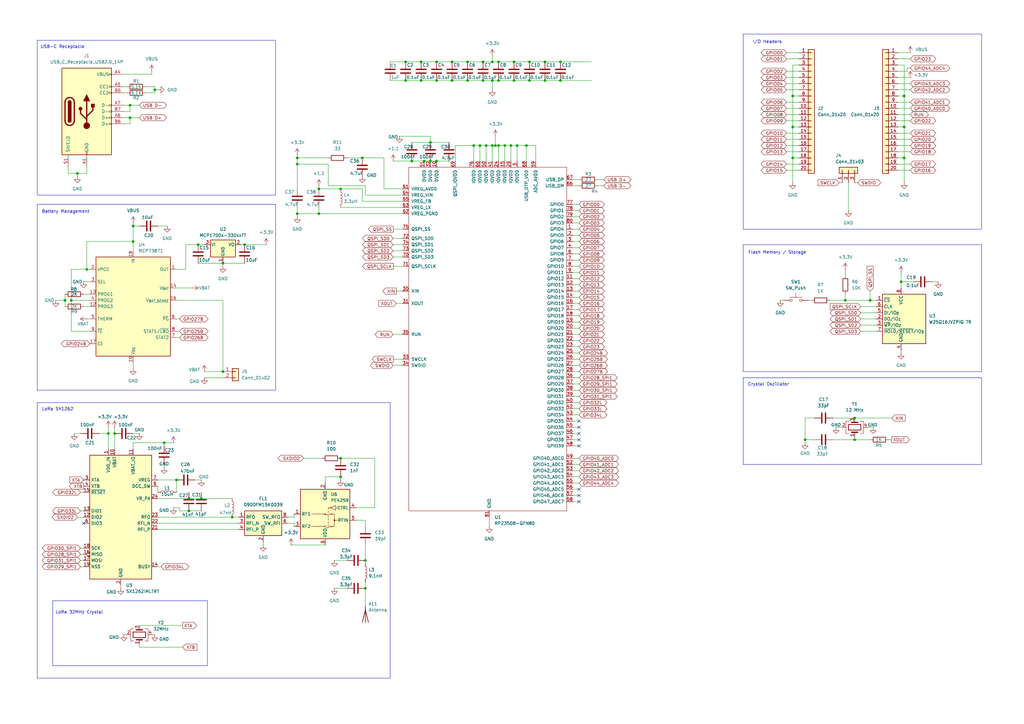
<source format=kicad_sch>
(kicad_sch (version 20250114) (generator "eeschema") (generator_version "9.0")
  (paper "A3")
  (rectangle (start 15.24 16.51) (end 113.03 80.01))
  (rectangle (start 304.8 100.33) (end 402.59 152.4))
  (rectangle (start 304.8 154.94) (end 402.59 190.5))
  (rectangle (start 21.59 246.38) (end 85.09 273.05))
  (rectangle (start 15.24 165.1) (end 160.02 278.13))
  (rectangle (start 15.24 83.82) (end 113.03 160.02))
  (rectangle (start 304.8 13.97) (end 402.59 93.98))
  (text "LoRa SX1262" (at 23.622 167.894 0) (effects (font (size 1.27 1.27))))
  (text "I/O Headers" (at 314.706 17.272 0) (effects (font (size 1.27 1.27))))
  (text "Battery Management" (at 26.924 86.868 0) (effects (font (size 1.27 1.27))))
  (text "Flash Memory / Storage\n" (at 318.77 103.632 0) (effects (font (size 1.27 1.27))))
  (text "Crystal Oscillator\n" (at 315.214 157.734 0) (effects (font (size 1.27 1.27))))
  (text "LoRa 32MHz Crystal\n" (at 32.512 251.206 0) (effects (font (size 1.27 1.27))))
  (text "USB-C Receptacle\n" (at 25.654 19.304 0) (effects (font (size 1.27 1.27))))
  (junction (at 166.37 25.4))
  (junction (at 325.12 52.07))
  (junction (at 346.71 123.19))
  (junction (at 121.92 67.31))
  (junction (at 229.87 25.4))
  (junction (at 46.99 177.8))
  (junction (at 82.55 204.47))
  (junction (at 149.86 241.3))
  (junction (at 53.34 43.18))
  (junction (at 209.55 59.69))
  (junction (at 223.52 33.02))
  (junction (at 130.81 77.47))
  (junction (at 196.85 59.69))
  (junction (at 29.21 123.19))
  (junction (at 201.93 33.02))
  (junction (at 121.92 87.63))
  (junction (at 198.12 25.4))
  (junction (at 63.5 36.83))
  (junction (at 191.77 33.02))
  (junction (at 95.25 212.09))
  (junction (at 176.53 66.04))
  (junction (at 194.31 59.69))
  (junction (at 91.44 152.4))
  (junction (at 212.09 59.69))
  (junction (at 185.42 33.02))
  (junction (at 210.82 33.02))
  (junction (at 53.34 48.26))
  (junction (at 54.61 92.71))
  (junction (at 204.47 25.4))
  (junction (at 139.7 77.47))
  (junction (at 191.77 25.4))
  (junction (at 207.01 59.69))
  (junction (at 201.93 25.4))
  (junction (at 26.67 123.19))
  (junction (at 168.91 66.04))
  (junction (at 356.87 123.19))
  (junction (at 210.82 25.4))
  (junction (at 204.47 33.02))
  (junction (at 72.39 196.85))
  (junction (at 215.9 59.69))
  (junction (at 35.56 110.49))
  (junction (at 199.39 59.69))
  (junction (at 173.99 66.04))
  (junction (at 91.44 107.95))
  (junction (at 223.52 25.4))
  (junction (at 77.47 209.55))
  (junction (at 204.47 59.69))
  (junction (at 130.81 87.63))
  (junction (at 149.86 229.87))
  (junction (at 201.93 59.69))
  (junction (at 148.59 64.77))
  (junction (at 325.12 64.77))
  (junction (at 325.12 39.37))
  (junction (at 139.7 187.96))
  (junction (at 100.33 100.33))
  (junction (at 350.52 180.34))
  (junction (at 203.2 59.69))
  (junction (at 229.87 33.02))
  (junction (at 179.07 33.02))
  (junction (at 370.84 39.37))
  (junction (at 172.72 25.4))
  (junction (at 166.37 33.02))
  (junction (at 121.92 64.77))
  (junction (at 31.75 71.12))
  (junction (at 172.72 33.02))
  (junction (at 54.61 99.06))
  (junction (at 77.47 204.47))
  (junction (at 217.17 33.02))
  (junction (at 198.12 33.02))
  (junction (at 370.84 52.07))
  (junction (at 369.57 115.57))
  (junction (at 350.52 171.45))
  (junction (at 67.31 181.61))
  (junction (at 139.7 195.58))
  (junction (at 217.17 25.4))
  (junction (at 179.07 25.4))
  (junction (at 176.53 58.42))
  (junction (at 179.07 66.04))
  (junction (at 330.2 180.34))
  (junction (at 81.28 100.33))
  (junction (at 44.45 177.8))
  (junction (at 370.84 64.77))
  (junction (at 185.42 25.4))
  (no_connect (at 237.49 172.72))
  (no_connect (at 237.49 175.26))
  (no_connect (at 237.49 203.2))
  (no_connect (at 237.49 200.66))
  (no_connect (at 237.49 180.34))
  (no_connect (at 237.49 205.74))
  (no_connect (at 237.49 182.88))
  (no_connect (at 237.49 177.8))
  (no_connect (at 34.29 214.63))
  (wire (pts (xy 64.77 36.83) (xy 63.5 36.83)))
  (wire (pts (xy 331.47 123.19) (xy 332.74 123.19)))
  (wire (pts (xy 237.49 190.5) (xy 234.95 190.5)))
  (wire (pts (xy 237.49 182.88) (xy 234.95 182.88)))
  (wire (pts (xy 212.09 59.69) (xy 212.09 66.04)))
  (wire (pts (xy 368.3 52.07) (xy 370.84 52.07)))
  (wire (pts (xy 82.55 196.85) (xy 80.01 196.85)))
  (wire (pts (xy 186.69 59.69) (xy 194.31 59.69)))
  (wire (pts (xy 157.48 77.47) (xy 157.48 64.77)))
  (wire (pts (xy 53.34 43.18) (xy 57.15 43.18)))
  (wire (pts (xy 68.58 92.71) (xy 64.77 92.71)))
  (wire (pts (xy 322.58 57.15) (xy 327.66 57.15)))
  (wire (pts (xy 368.3 34.29) (xy 373.38 34.29)))
  (wire (pts (xy 237.49 180.34) (xy 234.95 180.34)))
  (wire (pts (xy 325.12 64.77) (xy 327.66 64.77)))
  (wire (pts (xy 148.59 82.55) (xy 165.1 82.55)))
  (wire (pts (xy 139.7 85.09) (xy 165.1 85.09)))
  (wire (pts (xy 353.06 133.35) (xy 359.41 133.35)))
  (wire (pts (xy 237.49 205.74) (xy 234.95 205.74)))
  (wire (pts (xy 121.92 64.77) (xy 134.62 64.77)))
  (wire (pts (xy 130.81 87.63) (xy 121.92 87.63)))
  (wire (pts (xy 237.49 134.62) (xy 234.95 134.62)))
  (wire (pts (xy 179.07 33.02) (xy 185.42 33.02)))
  (wire (pts (xy 64.77 217.17) (xy 97.79 217.17)))
  (wire (pts (xy 209.55 59.69) (xy 209.55 66.04)))
  (wire (pts (xy 353.06 128.27) (xy 359.41 128.27)))
  (wire (pts (xy 372.11 27.94) (xy 372.11 29.21)))
  (wire (pts (xy 237.49 193.04) (xy 234.95 193.04)))
  (wire (pts (xy 356.87 119.38) (xy 356.87 123.19)))
  (wire (pts (xy 322.58 21.59) (xy 327.66 21.59)))
  (wire (pts (xy 133.35 198.12) (xy 133.35 195.58)))
  (wire (pts (xy 320.04 123.19) (xy 321.31 123.19)))
  (wire (pts (xy 198.12 33.02) (xy 201.93 33.02)))
  (wire (pts (xy 73.66 209.55) (xy 77.47 209.55)))
  (wire (pts (xy 185.42 25.4) (xy 191.77 25.4)))
  (wire (pts (xy 161.29 66.04) (xy 168.91 66.04)))
  (wire (pts (xy 322.58 44.45) (xy 327.66 44.45)))
  (wire (pts (xy 72.39 130.81) (xy 73.66 130.81)))
  (wire (pts (xy 237.49 121.92) (xy 234.95 121.92)))
  (wire (pts (xy 33.02 201.93) (xy 34.29 201.93)))
  (wire (pts (xy 237.49 91.44) (xy 234.95 91.44)))
  (wire (pts (xy 76.2 100.33) (xy 81.28 100.33)))
  (wire (pts (xy 57.15 265.43) (xy 74.93 265.43)))
  (wire (pts (xy 53.34 43.18) (xy 50.8 43.18)))
  (wire (pts (xy 35.56 71.12) (xy 35.56 68.58)))
  (wire (pts (xy 368.3 39.37) (xy 370.84 39.37)))
  (wire (pts (xy 54.61 99.06) (xy 54.61 102.87)))
  (wire (pts (xy 30.48 177.8) (xy 33.02 177.8)))
  (wire (pts (xy 76.2 110.49) (xy 72.39 110.49)))
  (wire (pts (xy 54.61 151.13) (xy 54.61 148.59)))
  (wire (pts (xy 237.49 144.78) (xy 234.95 144.78)))
  (wire (pts (xy 237.49 99.06) (xy 234.95 99.06)))
  (wire (pts (xy 330.2 180.34) (xy 334.01 180.34)))
  (wire (pts (xy 194.31 59.69) (xy 196.85 59.69)))
  (wire (pts (xy 161.29 93.98) (xy 165.1 93.98)))
  (wire (pts (xy 63.5 36.83) (xy 63.5 35.56)))
  (wire (pts (xy 353.06 125.73) (xy 359.41 125.73)))
  (wire (pts (xy 204.47 25.4) (xy 210.82 25.4)))
  (wire (pts (xy 119.38 223.52) (xy 133.35 223.52)))
  (wire (pts (xy 50.8 260.35) (xy 52.07 260.35)))
  (wire (pts (xy 168.91 58.42) (xy 176.53 58.42)))
  (wire (pts (xy 215.9 59.69) (xy 219.71 59.69)))
  (wire (pts (xy 237.49 175.26) (xy 234.95 175.26)))
  (wire (pts (xy 64.77 214.63) (xy 97.79 214.63)))
  (wire (pts (xy 139.7 77.47) (xy 148.59 77.47)))
  (wire (pts (xy 210.82 33.02) (xy 217.17 33.02)))
  (wire (pts (xy 237.49 167.64) (xy 234.95 167.64)))
  (wire (pts (xy 191.77 25.4) (xy 198.12 25.4)))
  (wire (pts (xy 100.33 100.33) (xy 109.22 100.33)))
  (wire (pts (xy 219.71 66.04) (xy 219.71 59.69)))
  (wire (pts (xy 237.49 187.96) (xy 234.95 187.96)))
  (wire (pts (xy 245.11 76.2) (xy 247.65 76.2)))
  (wire (pts (xy 325.12 64.77) (xy 325.12 52.07)))
  (wire (pts (xy 237.49 111.76) (xy 234.95 111.76)))
  (wire (pts (xy 50.8 45.72) (xy 53.34 45.72)))
  (wire (pts (xy 54.61 181.61) (xy 54.61 184.15)))
  (wire (pts (xy 139.7 196.85) (xy 139.7 195.58)))
  (wire (pts (xy 149.86 231.14) (xy 149.86 229.87)))
  (wire (pts (xy 137.16 241.3) (xy 142.24 241.3)))
  (wire (pts (xy 369.57 115.57) (xy 369.57 118.11)))
  (wire (pts (xy 373.38 54.61) (xy 368.3 54.61)))
  (wire (pts (xy 40.64 177.8) (xy 44.45 177.8)))
  (wire (pts (xy 121.92 64.77) (xy 121.92 67.31)))
  (wire (pts (xy 322.58 24.13) (xy 327.66 24.13)))
  (wire (pts (xy 237.49 177.8) (xy 234.95 177.8)))
  (wire (pts (xy 157.48 64.77) (xy 148.59 64.77)))
  (wire (pts (xy 161.29 102.87) (xy 165.1 102.87)))
  (wire (pts (xy 149.86 223.52) (xy 149.86 229.87)))
  (wire (pts (xy 372.11 29.21) (xy 368.3 29.21)))
  (wire (pts (xy 29.21 123.19) (xy 29.21 135.89)))
  (wire (pts (xy 176.53 58.42) (xy 184.15 58.42)))
  (wire (pts (xy 46.99 175.26) (xy 46.99 177.8)))
  (wire (pts (xy 26.67 123.19) (xy 26.67 125.73)))
  (wire (pts (xy 325.12 74.93) (xy 325.12 64.77)))
  (wire (pts (xy 198.12 25.4) (xy 201.93 25.4)))
  (wire (pts (xy 64.77 196.85) (xy 72.39 196.85)))
  (wire (pts (xy 203.2 55.88) (xy 203.2 59.69)))
  (wire (pts (xy 373.38 21.59) (xy 368.3 21.59)))
  (wire (pts (xy 370.84 64.77) (xy 370.84 74.93)))
  (wire (pts (xy 212.09 59.69) (xy 215.9 59.69)))
  (wire (pts (xy 57.15 256.54) (xy 74.93 256.54)))
  (wire (pts (xy 162.56 119.38) (xy 165.1 119.38)))
  (wire (pts (xy 161.29 100.33) (xy 165.1 100.33)))
  (wire (pts (xy 344.17 74.93) (xy 345.44 74.93)))
  (wire (pts (xy 356.87 180.34) (xy 350.52 180.34)))
  (wire (pts (xy 162.56 124.46) (xy 165.1 124.46)))
  (wire (pts (xy 160.02 25.4) (xy 166.37 25.4)))
  (wire (pts (xy 121.92 63.5) (xy 121.92 64.77)))
  (wire (pts (xy 237.49 86.36) (xy 234.95 86.36)))
  (wire (pts (xy 118.11 214.63) (xy 120.65 214.63)))
  (wire (pts (xy 322.58 31.75) (xy 327.66 31.75)))
  (wire (pts (xy 346.71 120.65) (xy 346.71 123.19)))
  (wire (pts (xy 91.44 109.22) (xy 91.44 107.95)))
  (wire (pts (xy 237.49 132.08) (xy 234.95 132.08)))
  (wire (pts (xy 67.31 191.77) (xy 67.31 190.5)))
  (wire (pts (xy 34.29 120.65) (xy 36.83 120.65)))
  (wire (pts (xy 163.83 55.88) (xy 176.53 55.88)))
  (wire (pts (xy 120.65 212.09) (xy 120.65 210.82)))
  (wire (pts (xy 237.49 157.48) (xy 234.95 157.48)))
  (wire (pts (xy 237.49 203.2) (xy 234.95 203.2)))
  (wire (pts (xy 54.61 92.71) (xy 57.15 92.71)))
  (wire (pts (xy 81.28 100.33) (xy 83.82 100.33)))
  (wire (pts (xy 72.39 201.93) (xy 72.39 196.85)))
  (wire (pts (xy 29.21 110.49) (xy 29.21 123.19)))
  (wire (pts (xy 384.81 115.57) (xy 382.27 115.57)))
  (wire (pts (xy 82.55 204.47) (xy 95.25 204.47)))
  (wire (pts (xy 83.82 152.4) (xy 91.44 152.4)))
  (wire (pts (xy 373.38 67.31) (xy 368.3 67.31)))
  (wire (pts (xy 237.49 160.02) (xy 234.95 160.02)))
  (wire (pts (xy 237.49 129.54) (xy 234.95 129.54)))
  (wire (pts (xy 57.15 264.16) (xy 57.15 265.43)))
  (wire (pts (xy 237.49 142.24) (xy 234.95 142.24)))
  (wire (pts (xy 52.07 35.56) (xy 50.8 35.56)))
  (wire (pts (xy 237.49 198.12) (xy 234.95 198.12)))
  (wire (pts (xy 64.77 199.39) (xy 64.77 201.93)))
  (wire (pts (xy 237.49 93.98) (xy 234.95 93.98)))
  (wire (pts (xy 54.61 91.44) (xy 54.61 92.71)))
  (wire (pts (xy 201.93 33.02) (xy 204.47 33.02)))
  (wire (pts (xy 161.29 137.16) (xy 165.1 137.16)))
  (wire (pts (xy 191.77 33.02) (xy 198.12 33.02)))
  (wire (pts (xy 134.62 76.2) (xy 134.62 67.31)))
  (wire (pts (xy 237.49 149.86) (xy 234.95 149.86)))
  (wire (pts (xy 350.52 171.45) (xy 365.76 171.45)))
  (wire (pts (xy 340.36 123.19) (xy 346.71 123.19)))
  (wire (pts (xy 76.2 110.49) (xy 76.2 100.33)))
  (wire (pts (xy 237.49 137.16) (xy 234.95 137.16)))
  (wire (pts (xy 33.02 227.33) (xy 34.29 227.33)))
  (wire (pts (xy 31.75 71.12) (xy 35.56 71.12)))
  (wire (pts (xy 322.58 34.29) (xy 327.66 34.29)))
  (wire (pts (xy 237.49 96.52) (xy 234.95 96.52)))
  (wire (pts (xy 237.49 114.3) (xy 234.95 114.3)))
  (wire (pts (xy 168.91 66.04) (xy 173.99 66.04)))
  (wire (pts (xy 166.37 25.4) (xy 172.72 25.4)))
  (wire (pts (xy 237.49 101.6) (xy 234.95 101.6)))
  (wire (pts (xy 322.58 41.91) (xy 327.66 41.91)))
  (wire (pts (xy 350.52 180.34) (xy 350.52 179.07)))
  (wire (pts (xy 353.06 130.81) (xy 359.41 130.81)))
  (wire (pts (xy 204.47 33.02) (xy 210.82 33.02)))
  (wire (pts (xy 83.82 154.94) (xy 91.44 154.94)))
  (wire (pts (xy 29.21 135.89) (xy 36.83 135.89)))
  (wire (pts (xy 185.42 33.02) (xy 191.77 33.02)))
  (wire (pts (xy 196.85 59.69) (xy 199.39 59.69)))
  (wire (pts (xy 204.47 59.69) (xy 207.01 59.69)))
  (wire (pts (xy 237.49 116.84) (xy 234.95 116.84)))
  (wire (pts (xy 342.9 175.26) (xy 345.44 175.26)))
  (wire (pts (xy 373.38 41.91) (xy 368.3 41.91)))
  (wire (pts (xy 223.52 33.02) (xy 229.87 33.02)))
  (wire (pts (xy 325.12 39.37) (xy 327.66 39.37)))
  (wire (pts (xy 322.58 29.21) (xy 327.66 29.21)))
  (wire (pts (xy 62.23 29.21) (xy 62.23 30.48)))
  (wire (pts (xy 121.92 67.31) (xy 121.92 77.47)))
  (wire (pts (xy 237.49 109.22) (xy 234.95 109.22)))
  (wire (pts (xy 217.17 25.4) (xy 223.52 25.4)))
  (wire (pts (xy 139.7 187.96) (xy 153.67 187.96)))
  (wire (pts (xy 229.87 25.4) (xy 242.57 25.4)))
  (wire (pts (xy 66.04 232.41) (xy 64.77 232.41)))
  (wire (pts (xy 373.38 59.69) (xy 368.3 59.69)))
  (wire (pts (xy 49.53 241.3) (xy 49.53 240.03)))
  (wire (pts (xy 160.02 33.02) (xy 166.37 33.02)))
  (wire (pts (xy 35.56 99.06) (xy 35.56 110.49)))
  (wire (pts (xy 54.61 99.06) (xy 35.56 99.06)))
  (wire (pts (xy 73.66 208.28) (xy 73.66 209.55)))
  (wire (pts (xy 373.38 31.75) (xy 368.3 31.75)))
  (wire (pts (xy 133.35 195.58) (xy 139.7 195.58)))
  (wire (pts (xy 72.39 138.43) (xy 73.66 138.43)))
  (wire (pts (xy 22.86 123.19) (xy 26.67 123.19)))
  (wire (pts (xy 67.31 181.61) (xy 67.31 182.88)))
  (wire (pts (xy 237.49 127) (xy 234.95 127)))
  (wire (pts (xy 369.57 144.78) (xy 369.57 143.51)))
  (wire (pts (xy 71.12 208.28) (xy 73.66 208.28)))
  (wire (pts (xy 67.31 181.61) (xy 71.12 181.61)))
  (wire (pts (xy 63.5 35.56) (xy 59.69 35.56)))
  (wire (pts (xy 179.07 25.4) (xy 185.42 25.4)))
  (wire (pts (xy 176.53 55.88) (xy 176.53 58.42)))
  (wire (pts (xy 77.47 201.93) (xy 77.47 204.47)))
  (wire (pts (xy 322.58 69.85) (xy 327.66 69.85)))
  (wire (pts (xy 373.38 49.53) (xy 368.3 49.53)))
  (wire (pts (xy 368.3 24.13) (xy 373.38 24.13)))
  (wire (pts (xy 325.12 39.37) (xy 325.12 26.67)))
  (wire (pts (xy 237.49 162.56) (xy 234.95 162.56)))
  (wire (pts (xy 142.24 64.77) (xy 148.59 64.77)))
  (wire (pts (xy 149.86 213.36) (xy 146.05 213.36)))
  (wire (pts (xy 161.29 97.79) (xy 165.1 97.79)))
  (wire (pts (xy 186.69 59.69) (xy 186.69 66.04)))
  (wire (pts (xy 72.39 123.19) (xy 91.44 123.19)))
  (wire (pts (xy 50.8 30.48) (xy 62.23 30.48)))
  (wire (pts (xy 72.39 135.89) (xy 73.66 135.89)))
  (wire (pts (xy 161.29 105.41) (xy 165.1 105.41)))
  (wire (pts (xy 369.57 115.57) (xy 374.65 115.57)))
  (wire (pts (xy 72.39 118.11) (xy 78.74 118.11)))
  (wire (pts (xy 27.94 71.12) (xy 31.75 71.12)))
  (wire (pts (xy 373.38 69.85) (xy 368.3 69.85)))
  (wire (pts (xy 201.93 22.86) (xy 201.93 25.4)))
  (wire (pts (xy 229.87 33.02) (xy 242.57 33.02)))
  (wire (pts (xy 161.29 109.22) (xy 165.1 109.22)))
  (wire (pts (xy 364.49 180.34) (xy 365.76 180.34)))
  (wire (pts (xy 322.58 62.23) (xy 327.66 62.23)))
  (wire (pts (xy 373.38 46.99) (xy 368.3 46.99)))
  (wire (pts (xy 130.81 77.47) (xy 139.7 77.47)))
  (wire (pts (xy 120.65 214.63) (xy 120.65 215.9)))
  (wire (pts (xy 201.93 33.02) (xy 201.93 36.83)))
  (wire (pts (xy 368.3 64.77) (xy 370.84 64.77)))
  (wire (pts (xy 237.49 147.32) (xy 234.95 147.32)))
  (wire (pts (xy 199.39 59.69) (xy 201.93 59.69)))
  (wire (pts (xy 59.69 38.1) (xy 63.5 38.1)))
  (wire (pts (xy 330.2 181.61) (xy 330.2 180.34)))
  (wire (pts (xy 121.92 88.9) (xy 121.92 87.63)))
  (wire (pts (xy 234.95 73.66) (xy 237.49 73.66)))
  (wire (pts (xy 54.61 92.71) (xy 54.61 99.06)))
  (wire (pts (xy 27.94 68.58) (xy 27.94 71.12)))
  (wire (pts (xy 107.95 223.52) (xy 107.95 222.25)))
  (wire (pts (xy 57.15 177.8) (xy 54.61 177.8)))
  (wire (pts (xy 130.81 76.2) (xy 130.81 77.47)))
  (wire (pts (xy 63.5 38.1) (xy 63.5 36.83)))
  (wire (pts (xy 209.55 59.69) (xy 212.09 59.69)))
  (wire (pts (xy 203.2 59.69) (xy 204.47 59.69)))
  (wire (pts (xy 370.84 26.67) (xy 370.84 39.37)))
  (wire (pts (xy 50.8 50.8) (xy 53.34 50.8)))
  (wire (pts (xy 118.11 212.09) (xy 120.65 212.09)))
  (wire (pts (xy 91.44 123.19) (xy 91.44 152.4)))
  (wire (pts (xy 322.58 67.31) (xy 327.66 67.31)))
  (wire (pts (xy 172.72 33.02) (xy 179.07 33.02)))
  (wire (pts (xy 46.99 177.8) (xy 46.99 184.15)))
  (wire (pts (xy 63.5 260.35) (xy 62.23 260.35)))
  (wire (pts (xy 137.16 229.87) (xy 142.24 229.87)))
  (wire (pts (xy 166.37 33.02) (xy 172.72 33.02)))
  (wire (pts (xy 194.31 59.69) (xy 194.31 66.04)))
  (wire (pts (xy 82.55 201.93) (xy 82.55 204.47)))
  (wire (pts (xy 353.06 135.89) (xy 359.41 135.89)))
  (wire (pts (xy 33.02 232.41) (xy 34.29 232.41)))
  (wire (pts (xy 196.85 59.69) (xy 196.85 66.04)))
  (wire (pts (xy 77.47 209.55) (xy 82.55 209.55)))
  (wire (pts (xy 64.77 204.47) (xy 77.47 204.47)))
  (wire (pts (xy 161.29 149.86) (xy 165.1 149.86)))
  (wire (pts (xy 53.34 48.26) (xy 50.8 48.26)))
  (wire (pts (xy 373.38 62.23) (xy 368.3 62.23)))
  (wire (pts (xy 223.52 25.4) (xy 229.87 25.4)))
  (wire (pts (xy 237.49 88.9) (xy 234.95 88.9)))
  (wire (pts (xy 351.79 74.93) (xy 350.52 74.93)))
  (wire (pts (xy 207.01 59.69) (xy 209.55 59.69)))
  (wire (pts (xy 234.95 76.2) (xy 237.49 76.2)))
  (wire (pts (xy 91.44 107.95) (xy 100.33 107.95)))
  (wire (pts (xy 53.34 48.26) (xy 57.15 48.26)))
  (wire (pts (xy 44.45 175.26) (xy 44.45 177.8)))
  (wire (pts (xy 35.56 110.49) (xy 29.21 110.49)))
  (wire (pts (xy 95.25 212.09) (xy 97.79 212.09)))
  (wire (pts (xy 165.1 80.01) (xy 149.86 80.01)))
  (wire (pts (xy 173.99 66.04) (xy 176.53 66.04)))
  (wire (pts (xy 34.29 115.57) (xy 36.83 115.57)))
  (wire (pts (xy 325.12 26.67) (xy 327.66 26.67)))
  (wire (pts (xy 341.63 180.34) (xy 350.52 180.34)))
  (wire (pts (xy 325.12 52.07) (xy 325.12 39.37)))
  (wire (pts (xy 237.49 124.46) (xy 234.95 124.46)))
  (wire (pts (xy 149.86 76.2) (xy 134.62 76.2)))
  (wire (pts (xy 201.93 59.69) (xy 203.2 59.69)))
  (wire (pts (xy 217.17 33.02) (xy 223.52 33.02)))
  (wire (pts (xy 165.1 87.63) (xy 130.81 87.63)))
  (wire (pts (xy 149.86 238.76) (xy 149.86 241.3)))
  (wire (pts (xy 201.93 25.4) (xy 204.47 25.4)))
  (wire (pts (xy 237.49 152.4) (xy 234.95 152.4)))
  (wire (pts (xy 356.87 123.19) (xy 359.41 123.19)))
  (wire (pts (xy 237.49 154.94) (xy 234.95 154.94)))
  (wire (pts (xy 200.66 215.9) (xy 200.66 212.09)))
  (wire (pts (xy 370.84 39.37) (xy 370.84 52.07)))
  (wire (pts (xy 346.71 123.19) (xy 356.87 123.19)))
  (wire (pts (xy 130.81 85.09) (xy 130.81 87.63)))
  (wire (pts (xy 322.58 54.61) (xy 327.66 54.61)))
  (wire (pts (xy 322.58 36.83) (xy 327.66 36.83)))
  (wire (pts (xy 237.49 200.66) (xy 234.95 200.66)))
  (wire (pts (xy 237.49 195.58) (xy 234.95 195.58)))
  (wire (pts (xy 237.49 119.38) (xy 234.95 119.38)))
  (wire (pts (xy 31.75 212.09) (xy 34.29 212.09)))
  (wire (pts (xy 330.2 171.45) (xy 330.2 180.34)))
  (wire (pts (xy 372.11 27.94) (xy 373.38 27.94)))
  (wire (pts (xy 176.53 66.04) (xy 179.07 66.04)))
  (wire (pts (xy 29.21 123.19) (xy 36.83 123.19)))
  (wire (pts (xy 334.01 171.45) (xy 330.2 171.45)))
  (wire (pts (xy 245.11 73.66) (xy 247.65 73.66)))
  (wire (pts (xy 322.58 49.53) (xy 327.66 49.53)))
  (wire (pts (xy 215.9 66.04) (xy 215.9 59.69)))
  (wire (pts (xy 347.98 74.93) (xy 347.98 86.36)))
  (wire (pts (xy 165.1 77.47) (xy 157.48 77.47)))
  (wire (pts (xy 33.02 209.55) (xy 34.29 209.55)))
  (wire (pts (xy 237.49 139.7) (xy 234.95 139.7)))
  (wire (pts (xy 53.34 45.72) (xy 53.34 43.18)))
  (wire (pts (xy 346.71 110.49) (xy 346.71 113.03)))
  (wire (pts (xy 325.12 52.07) (xy 327.66 52.07)))
  (wire (pts (xy 237.49 170.18) (xy 234.95 170.18)))
  (wire (pts (xy 121.92 87.63) (xy 121.92 85.09)))
  (wire (pts (xy 373.38 57.15) (xy 368.3 57.15)))
  (wire (pts (xy 237.49 83.82) (xy 234.95 83.82)))
  (wire (pts (xy 81.28 107.95) (xy 91.44 107.95)))
  (wire (pts (xy 172.72 25.4) (xy 179.07 25.4)))
  (wire (pts (xy 237.49 104.14) (xy 234.95 104.14)))
  (wire (pts (xy 210.82 25.4) (xy 217.17 25.4)))
  (wire (pts (xy 64.77 212.09) (xy 95.25 212.09)))
  (wire (pts (xy 368.3 36.83) (xy 373.38 36.83)))
  (wire (pts (xy 99.06 100.33) (xy 100.33 100.33)))
  (wire (pts (xy 184.15 66.04) (xy 179.07 66.04)))
  (wire (pts (xy 148.59 77.47) (xy 148.59 82.55)))
  (wire (pts (xy 369.57 111.76) (xy 369.57 115.57)))
  (wire (pts (xy 44.45 177.8) (xy 44.45 184.15)))
  (wire (pts (xy 149.86 241.3) (xy 149.86 247.65)))
  (wire (pts (xy 33.02 229.87) (xy 34.29 229.87)))
  (wire (pts (xy 237.49 172.72) (xy 234.95 172.72)))
  (wire (pts (xy 322.58 46.99) (xy 327.66 46.99)))
  (wire (pts (xy 153.67 187.96) (xy 153.67 208.28)))
  (wire (pts (xy 34.29 125.73) (xy 36.83 125.73)))
  (wire (pts (xy 77.47 204.47) (xy 82.55 204.47)))
  (wire (pts (xy 237.49 106.68) (xy 234.95 106.68)))
  (wire (pts (xy 368.3 26.67) (xy 370.84 26.67)))
  (wire (pts (xy 134.62 67.31) (xy 121.92 67.31)))
  (wire (pts (xy 149.86 215.9) (xy 149.86 213.36)))
  (wire (pts (xy 31.75 72.39) (xy 31.75 71.12)))
  (wire (pts (xy 370.84 52.07) (xy 370.84 64.77)))
  (wire (pts (xy 33.02 224.79) (xy 34.29 224.79)))
  (wire (pts (xy 35.56 130.81) (xy 36.83 130.81)))
  (wire (pts (xy 124.46 187.96) (xy 132.08 187.96)))
  (wire (pts (xy 153.67 208.28) (xy 146.05 208.28)))
  (wire (pts (xy 207.01 59.69) (xy 207.01 66.04)))
  (wire (pts (xy 341.63 171.45) (xy 350.52 171.45)))
  (wire (pts (xy 201.93 59.69) (xy 201.93 66.04)))
  (wire (pts (xy 204.47 59.69) (xy 204.47 66.04)))
  (wire (pts (xy 373.38 44.45) (xy 368.3 44.45)))
  (wire (pts (xy 67.31 181.61) (xy 54.61 181.61)))
  (wire (pts (xy 237.49 165.1) (xy 234.95 165.1)))
  (wire (pts (xy 358.14 175.26) (xy 355.6 175.26)))
  (wire (pts (xy 199.39 59.69) (xy 199.39 66.04)))
  (wire (pts (xy 26.67 120.65) (xy 26.67 123.19)))
  (wire (pts (xy 161.29 147.32) (xy 165.1 147.32)))
  (wire (pts (xy 149.86 80.01) (xy 149.86 76.2)))
  (wire (pts (xy 53.34 50.8) (xy 53.34 48.26)))
  (wire (pts (xy 322.58 59.69) (xy 327.66 59.69)))
  (wire (pts (xy 52.07 38.1) (xy 50.8 38.1)))
  (wire (pts (xy 35.56 110.49) (xy 36.83 110.49)))
  (global_label "GPIO42_ADC2" (shape bidirectional) (at 373.38 36.83 0) (property "Intersheetrefs" "${INTERSHEET_REFS}" (effects (hide yes))))
  (global_label "GPIO25B" (shape bidirectional) (at 73.66 135.89 0) (property "Intersheetrefs" "${INTERSHEET_REFS}" (effects (hide yes))))
  (global_label "XTA" (shape output) (at 74.93 256.54 0) (property "Intersheetrefs" "${INTERSHEET_REFS}" (effects (hide yes))))
  (global_label "GPIO41_ADC1" (shape bidirectional) (at 237.49 190.5 0) (property "Intersheetrefs" "${INTERSHEET_REFS}" (effects (hide yes))))
  (global_label "GPIO44_ADC4" (shape bidirectional) (at 373.38 27.94 0) (property "Intersheetrefs" "${INTERSHEET_REFS}" (effects (hide yes))))
  (global_label "GPIO21" (shape bidirectional) (at 373.38 54.61 0) (property "Intersheetrefs" "${INTERSHEET_REFS}" (effects (hide yes))))
  (global_label "GPIO27B" (shape bidirectional) (at 237.49 152.4 0) (property "Intersheetrefs" "${INTERSHEET_REFS}" (effects (hide yes))))
  (global_label "GPIO03" (shape bidirectional) (at 322.58 31.75 180) (property "Intersheetrefs" "${INTERSHEET_REFS}" (effects (hide yes))))
  (global_label "GPIO09" (shape bidirectional) (at 237.49 106.68 0) (property "Intersheetrefs" "${INTERSHEET_REFS}" (effects (hide yes))))
  (global_label "QSPI_SD1" (shape bidirectional) (at 353.06 130.81 180) (property "Intersheetrefs" "${INTERSHEET_REFS}" (effects (hide yes))))
  (global_label "USB D-" (shape bidirectional) (at 247.65 76.2 0) (property "Intersheetrefs" "${INTERSHEET_REFS}" (effects (hide yes))))
  (global_label "GPIO05" (shape bidirectional) (at 237.49 96.52 0) (property "Intersheetrefs" "${INTERSHEET_REFS}" (effects (hide yes))))
  (global_label "USB D+" (shape bidirectional) (at 57.15 48.26 0) (property "Intersheetrefs" "${INTERSHEET_REFS}" (effects (hide yes))))
  (global_label "GPIO17" (shape bidirectional) (at 373.38 67.31 0) (property "Intersheetrefs" "${INTERSHEET_REFS}" (effects (hide yes))))
  (global_label "GPIO32L" (shape bidirectional) (at 237.49 165.1 0) (property "Intersheetrefs" "${INTERSHEET_REFS}" (effects (hide yes))))
  (global_label "XTB" (shape output) (at 34.29 199.39 180) (property "Intersheetrefs" "${INTERSHEET_REFS}" (effects (hide yes))))
  (global_label "GPIO22" (shape bidirectional) (at 373.38 49.53 0) (property "Intersheetrefs" "${INTERSHEET_REFS}" (effects (hide yes))))
  (global_label "XIN" (shape output) (at 162.56 119.38 180) (property "Intersheetrefs" "${INTERSHEET_REFS}" (effects (hide yes))))
  (global_label "QSPI_SCLK" (shape output) (at 161.29 109.22 180) (property "Intersheetrefs" "${INTERSHEET_REFS}" (effects (hide yes))))
  (global_label "GPIO43_ADC3" (shape bidirectional) (at 373.38 34.29 0) (property "Intersheetrefs" "${INTERSHEET_REFS}" (effects (hide yes))))
  (global_label "GPIO18" (shape bidirectional) (at 373.38 62.23 0) (property "Intersheetrefs" "${INTERSHEET_REFS}" (effects (hide yes))))
  (global_label "XTA" (shape input) (at 34.29 196.85 180) (property "Intersheetrefs" "${INTERSHEET_REFS}" (effects (hide yes))))
  (global_label "GPIO13" (shape bidirectional) (at 237.49 116.84 0) (property "Intersheetrefs" "${INTERSHEET_REFS}" (effects (hide yes))))
  (global_label "GPIO11" (shape bidirectional) (at 237.49 111.76 0) (property "Intersheetrefs" "${INTERSHEET_REFS}" (effects (hide yes))))
  (global_label "QSPI_SS" (shape input) (at 356.87 119.38 90) (property "Intersheetrefs" "${INTERSHEET_REFS}" (effects (hide yes))))
  (global_label "GPIO33L" (shape bidirectional) (at 237.49 167.64 0) (property "Intersheetrefs" "${INTERSHEET_REFS}" (effects (hide yes))))
  (global_label "XOUT" (shape output) (at 365.76 180.34 0) (property "Intersheetrefs" "${INTERSHEET_REFS}" (effects (hide yes))))
  (global_label "GPIO07" (shape bidirectional) (at 322.58 44.45 180) (property "Intersheetrefs" "${INTERSHEET_REFS}" (effects (hide yes))))
  (global_label "GPIO04" (shape bidirectional) (at 237.49 93.98 0) (property "Intersheetrefs" "${INTERSHEET_REFS}" (effects (hide yes))))
  (global_label "GPIO01" (shape bidirectional) (at 322.58 24.13 180) (property "Intersheetrefs" "${INTERSHEET_REFS}" (effects (hide yes))))
  (global_label "GPIO24B" (shape bidirectional) (at 36.83 140.97 180) (property "Intersheetrefs" "${INTERSHEET_REFS}" (effects (hide yes))))
  (global_label "GPIO19" (shape bidirectional) (at 373.38 59.69 0) (property "Intersheetrefs" "${INTERSHEET_REFS}" (effects (hide yes))))
  (global_label "GPIO09" (shape bidirectional) (at 322.58 49.53 180) (property "Intersheetrefs" "${INTERSHEET_REFS}" (effects (hide yes))))
  (global_label "XTB" (shape input) (at 74.93 265.43 0) (property "Intersheetrefs" "${INTERSHEET_REFS}" (effects (hide yes))))
  (global_label "RUN" (shape bidirectional) (at 161.29 137.16 180) (property "Intersheetrefs" "${INTERSHEET_REFS}" (effects (hide yes))))
  (global_label "GPIO06" (shape bidirectional) (at 237.49 99.06 0) (property "Intersheetrefs" "${INTERSHEET_REFS}" (effects (hide yes))))
  (global_label "GPIO16" (shape bidirectional) (at 237.49 124.46 0) (property "Intersheetrefs" "${INTERSHEET_REFS}" (effects (hide yes))))
  (global_label "QSPI_SD1" (shape bidirectional) (at 161.29 100.33 180) (property "Intersheetrefs" "${INTERSHEET_REFS}" (effects (hide yes))))
  (global_label "GPIO26B" (shape bidirectional) (at 73.66 138.43 0) (property "Intersheetrefs" "${INTERSHEET_REFS}" (effects (hide yes))))
  (global_label "QSPI_SD2" (shape bidirectional) (at 161.29 102.87 180) (property "Intersheetrefs" "${INTERSHEET_REFS}" (effects (hide yes))))
  (global_label "GPIO16" (shape bidirectional) (at 373.38 69.85 0) (property "Intersheetrefs" "${INTERSHEET_REFS}" (effects (hide yes))))
  (global_label "GPIO15" (shape bidirectional) (at 237.49 121.92 0) (property "Intersheetrefs" "${INTERSHEET_REFS}" (effects (hide yes))))
  (global_label "GPIO12" (shape bidirectional) (at 237.49 114.3 0) (property "Intersheetrefs" "${INTERSHEET_REFS}" (effects (hide yes))))
  (global_label "GPIO24B" (shape bidirectional) (at 237.49 144.78 0) (property "Intersheetrefs" "${INTERSHEET_REFS}" (effects (hide yes))))
  (global_label "QSPI_SD3" (shape bidirectional) (at 353.06 135.89 180) (property "Intersheetrefs" "${INTERSHEET_REFS}" (effects (hide yes))))
  (global_label "RUN" (shape bidirectional) (at 373.38 46.99 0) (property "Intersheetrefs" "${INTERSHEET_REFS}" (effects (hide yes))))
  (global_label "USB D-" (shape bidirectional) (at 57.15 43.18 0) (property "Intersheetrefs" "${INTERSHEET_REFS}" (effects (hide yes))))
  (global_label "GPIO29_SPI1" (shape bidirectional) (at 33.02 232.41 180) (property "Intersheetrefs" "${INTERSHEET_REFS}" (effects (hide yes))))
  (global_label "GPIO08" (shape bidirectional) (at 322.58 46.99 180) (property "Intersheetrefs" "${INTERSHEET_REFS}" (effects (hide yes))))
  (global_label "GPIO27B" (shape bidirectional) (at 73.66 130.81 0) (property "Intersheetrefs" "${INTERSHEET_REFS}" (effects (hide yes))))
  (global_label "GPIO06" (shape bidirectional) (at 322.58 41.91 180) (property "Intersheetrefs" "${INTERSHEET_REFS}" (effects (hide yes))))
  (global_label "GPIO32L" (shape bidirectional) (at 33.02 201.93 180) (property "Intersheetrefs" "${INTERSHEET_REFS}" (effects (hide yes))))
  (global_label "GPIO10" (shape bidirectional) (at 322.58 54.61 180) (property "Intersheetrefs" "${INTERSHEET_REFS}" (effects (hide yes))))
  (global_label "GPIO34L" (shape bidirectional) (at 66.04 232.41 0) (property "Intersheetrefs" "${INTERSHEET_REFS}" (effects (hide yes))))
  (global_label "SWDIO" (shape bidirectional) (at 161.29 149.86 180) (property "Intersheetrefs" "${INTERSHEET_REFS}" (effects (hide yes))))
  (global_label "GPIO08" (shape bidirectional) (at 237.49 104.14 0) (property "Intersheetrefs" "${INTERSHEET_REFS}" (effects (hide yes))))
  (global_label "GPIO30_SPI1" (shape bidirectional) (at 237.49 160.02 0) (property "Intersheetrefs" "${INTERSHEET_REFS}" (effects (hide yes))))
  (global_label "GPIO44_ADC4" (shape bidirectional) (at 237.49 198.12 0) (property "Intersheetrefs" "${INTERSHEET_REFS}" (effects (hide yes))))
  (global_label "GPIO31_SPI1" (shape bidirectional) (at 237.49 162.56 0) (property "Intersheetrefs" "${INTERSHEET_REFS}" (effects (hide yes))))
  (global_label "GPIO25B" (shape bidirectional) (at 237.49 147.32 0) (property "Intersheetrefs" "${INTERSHEET_REFS}" (effects (hide yes))))
  (global_label "GPIO12" (shape bidirectional) (at 322.58 59.69 180) (property "Intersheetrefs" "${INTERSHEET_REFS}" (effects (hide yes))))
  (global_label "GPIO42_ADC2" (shape bidirectional) (at 237.49 193.04 0) (property "Intersheetrefs" "${INTERSHEET_REFS}" (effects (hide yes))))
  (global_label "GPIO00" (shape bidirectional) (at 237.49 83.82 0) (property "Intersheetrefs" "${INTERSHEET_REFS}" (effects (hide yes))))
  (global_label "GPIO33L" (shape bidirectional) (at 33.02 209.55 180) (property "Intersheetrefs" "${INTERSHEET_REFS}" (effects (hide yes))))
  (global_label "GPIO43_ADC3" (shape bidirectional) (at 237.49 195.58 0) (property "Intersheetrefs" "${INTERSHEET_REFS}" (effects (hide yes))))
  (global_label "GPIO41_ADC1" (shape bidirectional) (at 373.38 41.91 0) (property "Intersheetrefs" "${INTERSHEET_REFS}" (effects (hide yes))))
  (global_label "USB D+" (shape bidirectional) (at 247.65 73.66 0) (property "Intersheetrefs" "${INTERSHEET_REFS}" (effects (hide yes))))
  (global_label "GPIO15" (shape bidirectional) (at 322.58 69.85 180) (property "Intersheetrefs" "${INTERSHEET_REFS}" (effects (hide yes))))
  (global_label "GPIO30_SPI1" (shape bidirectional) (at 33.02 224.79 180) (property "Intersheetrefs" "${INTERSHEET_REFS}" (effects (hide yes))))
  (global_label "GPIO05" (shape bidirectional) (at 322.58 36.83 180) (property "Intersheetrefs" "${INTERSHEET_REFS}" (effects (hide yes))))
  (global_label "GPIO20" (shape bidirectional) (at 373.38 57.15 0) (property "Intersheetrefs" "${INTERSHEET_REFS}" (effects (hide yes))))
  (global_label "GPIO07" (shape bidirectional) (at 237.49 101.6 0) (property "Intersheetrefs" "${INTERSHEET_REFS}" (effects (hide yes))))
  (global_label "GPIO29_SPI1" (shape bidirectional) (at 237.49 157.48 0) (property "Intersheetrefs" "${INTERSHEET_REFS}" (effects (hide yes))))
  (global_label "GPIO26B" (shape bidirectional) (at 237.49 149.86 0) (property "Intersheetrefs" "${INTERSHEET_REFS}" (effects (hide yes))))
  (global_label "XOUT" (shape input) (at 162.56 124.46 180) (property "Intersheetrefs" "${INTERSHEET_REFS}" (effects (hide yes))))
  (global_label "SXDIO2" (shape bidirectional) (at 124.46 187.96 180) (property "Intersheetrefs" "${INTERSHEET_REFS}" (effects (hide yes))))
  (global_label "GPIO40_ADC0" (shape bidirectional) (at 237.49 187.96 0) (property "Intersheetrefs" "${INTERSHEET_REFS}" (effects (hide yes))))
  (global_label "SWCLK" (shape input) (at 344.17 74.93 180) (property "Intersheetrefs" "${INTERSHEET_REFS}" (effects (hide yes))))
  (global_label "SWCLK" (shape output) (at 161.29 147.32 180) (property "Intersheetrefs" "${INTERSHEET_REFS}" (effects (hide yes))))
  (global_label "QSPI_SCLK" (shape input) (at 353.06 125.73 180) (property "Intersheetrefs" "${INTERSHEET_REFS}" (effects (hide yes))))
  (global_label "QSPI_SS" (shape output) (at 161.29 93.98 180) (property "Intersheetrefs" "${INTERSHEET_REFS}" (effects (hide yes))))
  (global_label "GPIO14" (shape bidirectional) (at 237.49 119.38 0) (property "Intersheetrefs" "${INTERSHEET_REFS}" (effects (hide yes))))
  (global_label "SWDIO" (shape bidirectional) (at 351.79 74.93 0) (property "Intersheetrefs" "${INTERSHEET_REFS}" (effects (hide yes))))
  (global_label "GPIO21" (shape bidirectional) (at 237.49 137.16 0) (property "Intersheetrefs" "${INTERSHEET_REFS}" (effects (hide yes))))
  (global_label "GPIO10" (shape bidirectional) (at 237.49 109.22 0) (property "Intersheetrefs" "${INTERSHEET_REFS}" (effects (hide yes))))
  (global_label "GPIO28_SPI1" (shape bidirectional) (at 237.49 154.94 0) (property "Intersheetrefs" "${INTERSHEET_REFS}" (effects (hide yes))))
  (global_label "GPIO23" (shape bidirectional) (at 373.38 24.13 0) (property "Intersheetrefs" "${INTERSHEET_REFS}" (effects (hide yes))))
  (global_label "GPIO19" (shape bidirectional) (at 237.49 132.08 0) (property "Intersheetrefs" "${INTERSHEET_REFS}" (effects (hide yes))))
  (global_label "GPIO18" (shape bidirectional) (at 237.49 129.54 0) (property "Intersheetrefs" "${INTERSHEET_REFS}" (effects (hide yes))))
  (global_label "SXDIO2" (shape bidirectional) (at 31.75 212.09 180) (property "Intersheetrefs" "${INTERSHEET_REFS}" (effects (hide yes))))
  (global_label "GPIO02" (shape bidirectional) (at 322.58 29.21 180) (property "Intersheetrefs" "${INTERSHEET_REFS}" (effects (hide yes))))
  (global_label "GPIO04" (shape bidirectional) (at 322.58 34.29 180) (property "Intersheetrefs" "${INTERSHEET_REFS}" (effects (hide yes))))
  (global_label "QSPI_SD3" (shape bidirectional) (at 161.29 105.41 180) (property "Intersheetrefs" "${INTERSHEET_REFS}" (effects (hide yes))))
  (global_label "QSPI_SD2" (shape bidirectional) (at 353.06 133.35 180) (property "Intersheetrefs" "${INTERSHEET_REFS}" (effects (hide yes))))
  (global_label "GPIO14" (shape bidirectional) (at 322.58 67.31 180) (property "Intersheetrefs" "${INTERSHEET_REFS}" (effects (hide yes))))
  (global_label "GPIO11" (shape bidirectional) (at 322.58 57.15 180) (property "Intersheetrefs" "${INTERSHEET_REFS}" (effects (hide yes))))
  (global_label "QSPI_SD0" (shape bidirectional) (at 161.29 97.79 180) (property "Intersheetrefs" "${INTERSHEET_REFS}" (effects (hide yes))))
  (global_label "GPIO31_SPI1" (shape bidirectional) (at 33.02 229.87 180) (property "Intersheetrefs" "${INTERSHEET_REFS}" (effects (hide yes))))
  (global_label "GPIO01" (shape bidirectional) (at 237.49 86.36 0) (property "Intersheetrefs" "${INTERSHEET_REFS}" (effects (hide yes))))
  (global_label "GPIO02" (shape bidirectional) (at 237.49 88.9 0) (property "Intersheetrefs" "${INTERSHEET_REFS}" (effects (hide yes))))
  (global_label "GPIO23" (shape bidirectional) (at 237.49 142.24 0) (property "Intersheetrefs" "${INTERSHEET_REFS}" (effects (hide yes))))
  (global_label "GPIO03" (shape bidirectional) (at 237.49 91.44 0) (property "Intersheetrefs" "${INTERSHEET_REFS}" (effects (hide yes))))
  (global_label "GPIO28_SPI1" (shape bidirectional) (at 33.02 227.33 180) (property "Intersheetrefs" "${INTERSHEET_REFS}" (effects (hide yes))))
  (global_label "XIN" (shape input) (at 365.76 171.45 0) (property "Intersheetrefs" "${INTERSHEET_REFS}" (effects (hide yes))))
  (global_label "GPIO34L" (shape bidirectional) (at 237.49 170.18 0) (property "Intersheetrefs" "${INTERSHEET_REFS}" (effects (hide yes))))
  (global_label "GPIO22" (shape bidirectional) (at 237.49 139.7 0) (property "Intersheetrefs" "${INTERSHEET_REFS}" (effects (hide yes))))
  (global_label "QSPI_SD0" (shape bidirectional) (at 353.06 128.27 180) (property "Intersheetrefs" "${INTERSHEET_REFS}" (effects (hide yes))))
  (global_label "GPIO13" (shape bidirectional) (at 322.58 62.23 180) (property "Intersheetrefs" "${INTERSHEET_REFS}" (effects (hide yes))))
  (global_label "GPIO17" (shape bidirectional) (at 237.49 127 0) (property "Intersheetrefs" "${INTERSHEET_REFS}" (effects (hide yes))))
  (global_label "GPIO40_ADC0" (shape bidirectional) (at 373.38 44.45 0) (property "Intersheetrefs" "${INTERSHEET_REFS}" (effects (hide yes))))
  (global_label "GPIO00" (shape bidirectional) (at 322.58 21.59 180) (property "Intersheetrefs" "${INTERSHEET_REFS}" (effects (hide yes))))
  (global_label "GPIO20" (shape bidirectional) (at 237.49 134.62 0) (property "Intersheetrefs" "${INTERSHEET_REFS}" (effects (hide yes))))
  (symbol (lib_id "power:GND") (at 370.84 74.93 0) (unit 1)
    (property "Reference" "#PWR019" (effects (hide yes)))
    (property "Value" "GND" (at 370.84 80.01 0))
    (property "Description" "Power symbol creates a global label with name \"GND\" , ground" (effects (hide yes)))
  )
  (symbol (lib_id "Device:C") (at 191.77 29.21 0) (unit 1)
    (property "Reference" "C6" (at 192.278 26.67 0) (effects (justify left)))
    (property "Value" "0.1uF" (at 192.024 31.75 0) (effects (justify left)))
    (property "Footprint" "Capacitor_SMD:C_0402_1005Metric" (effects (hide yes)))
    (property "Description" "Unpolarized capacitor" (effects (hide yes)))
  )
  (symbol (lib_id "Device:C") (at 378.46 115.57 90) (unit 1)
    (property "Reference" "C19" (at 375.666 113.792 90) (effects (justify left)))
    (property "Value" "0.1uF" (at 377.19 117.094 90) (effects (justify left)))
    (property "Footprint" "Capacitor_SMD:C_0402_1005Metric" (effects (hide yes)))
    (property "Description" "Unpolarized capacitor" (effects (hide yes)))
  )
  (symbol (lib_id "Device:R") (at 241.3 76.2 90) (unit 1)
    (property "Reference" "R4" (at 243.84 78.486 90))
    (property "Value" "27" (at 241.3 76.2 90))
    (property "Footprint" "Resistor_SMD:R_0402_1005Metric" (effects (hide yes)))
    (property "Description" "Resistor" (effects (hide yes)))
  )
  (symbol (lib_id "Device:C") (at 146.05 241.3 90) (unit 1)
    (property "Reference" "C35" (at 141.986 237.236 90))
    (property "Value" "3.3pF" (at 141.986 239.776 90))
    (property "Footprint" "Capacitor_SMD:C_0402_1005Metric" (effects (hide yes)))
    (property "Description" "Unpolarized capacitor" (effects (hide yes)))
  )
  (symbol (lib_id "Device:R") (at 30.48 120.65 90) (unit 1)
    (property "Reference" "R8" (at 30.226 118.618 90))
    (property "Value" "2K" (at 30.48 120.65 90))
    (property "Footprint" "Resistor_SMD:R_0402_1005Metric" (effects (hide yes)))
    (property "Description" "Resistor" (effects (hide yes)))
  )
  (symbol (lib_id "Device:Crystal_GND24") (at 57.15 260.35 90) (unit 1)
    (property "Reference" "Y2" (at 66.04 255.3968 90))
    (property "Value" "32MHz" (at 66.04 257.9368 90))
    (property "Footprint" "Crystal:Crystal_SMD_3225-4Pin_3.2x2.5mm" (effects (hide yes)))
    (property "Description" "Four pin crystal, GND on pins 2 and 4" (effects (hide yes)))
  )
  (symbol (lib_id "Device:C") (at 82.55 205.74 0) (unit 1)
    (property "Reference" "C31" (at 78.74 202.946 0) (effects (justify left)))
    (property "Value" "41pF" (at 80.01 210.82 0) (effects (justify left)))
    (property "Footprint" "Capacitor_SMD:C_0402_1005Metric" (effects (hide yes)))
    (property "Description" "Unpolarized capacitor" (effects (hide yes)))
  )
  (symbol (lib_id "power:+3.3V") (at 201.93 22.86 0) (unit 1)
    (property "Reference" "#PWR02" (effects (hide yes)))
    (property "Value" "+3.3V" (at 201.93 17.78 0))
    (property "Description" "Power symbol creates a global label with name \"+3.3V\"" (effects (hide yes)))
  )
  (symbol (lib_id "Device:R") (at 30.48 125.73 90) (unit 1)
    (property "Reference" "R9" (at 30.48 127.762 90))
    (property "Value" "2K" (at 30.48 125.73 90))
    (property "Footprint" "Resistor_SMD:R_0402_1005Metric" (effects (hide yes)))
    (property "Description" "Resistor" (effects (hide yes)))
  )
  (symbol (lib_id "power:GND") (at 384.81 115.57 0) (unit 1)
    (property "Reference" "#PWR015" (effects (hide yes)))
    (property "Value" "GND" (at 384.81 120.65 0))
    (property "Description" "Power symbol creates a global label with name \"GND\" , ground" (effects (hide yes)))
  )
  (symbol (lib_id "power:GND") (at 139.7 196.85 0) (unit 1)
    (property "Reference" "#PWR049" (effects (hide yes)))
    (property "Value" "GND" (at 143.002 198.882 0))
    (property "Description" "Power symbol creates a global label with name \"GND\" , ground" (effects (hide yes)))
  )
  (symbol (lib_id "Device:C") (at 172.72 29.21 0) (unit 1)
    (property "Reference" "C3" (at 173.228 26.67 0) (effects (justify left)))
    (property "Value" "0.1uF" (at 172.974 31.75 0) (effects (justify left)))
    (property "Footprint" "Capacitor_SMD:C_0402_1005Metric" (effects (hide yes)))
    (property "Description" "Unpolarized capacitor" (effects (hide yes)))
  )
  (symbol (lib_id "Device:C") (at 60.96 92.71 90) (unit 1)
    (property "Reference" "C20" (at 62.992 96.52 90) (effects (justify left)))
    (property "Value" "10uF" (at 62.992 89.154 90) (effects (justify left)))
    (property "Footprint" "Capacitor_SMD:C_0603_1608Metric" (effects (hide yes)))
    (property "Description" "Unpolarized capacitor" (effects (hide yes)))
  )
  (symbol (lib_id "power:+3.3V") (at 119.38 223.52 0) (unit 1)
    (property "Reference" "#PWR048" (effects (hide yes)))
    (property "Value" "+3.3V" (at 119.38 218.44 0))
    (property "Description" "Power symbol creates a global label with name \"+3.3V\"" (effects (hide yes)))
  )
  (symbol (lib_id "Device:C") (at 198.12 29.21 0) (unit 1)
    (property "Reference" "C7" (at 198.628 26.67 0) (effects (justify left)))
    (property "Value" "0.1uF" (at 198.374 31.75 0) (effects (justify left)))
    (property "Footprint" "Capacitor_SMD:C_0402_1005Metric" (effects (hide yes)))
    (property "Description" "Unpolarized capacitor" (effects (hide yes)))
  )
  (symbol (lib_id "Filter:0900FM15K0039") (at 107.95 214.63 0) (unit 1)
    (property "Reference" "FL1" (at 107.95 204.47 0))
    (property "Value" "0900FM15K0039" (at 107.95 207.01 0))
    (property "Footprint" "RF_Converter:Balun_Johanson_0900FM15K0039" (effects (hide yes)))
    (property "Datasheet" "https://www.johansontechnology.com/datasheets/0900FM15K0039/0900FM15K0039.pdf" (effects (hide yes)))
    (property "Description" "868MHz/915MHz Sub-GHz Impedance Matched Filter integrated passive for Semtech SX1261, SX1262, LLCC68" (effects (hide yes)))
  )
  (symbol (lib_id "power:+3.3V") (at 373.38 31.75 0) (unit 1)
    (property "Reference" "#PWR022" (effects (hide yes)))
    (property "Value" "+3.3V" (at 377.698 30.734 0))
    (property "Description" "Power symbol creates a global label with name \"+3.3V\"" (effects (hide yes)))
  )
  (symbol (lib_id "Device:C") (at 229.87 29.21 0) (unit 1)
    (property "Reference" "C12" (at 230.378 26.67 0) (effects (justify left)))
    (property "Value" "0.1uF" (at 230.124 31.75 0) (effects (justify left)))
    (property "Footprint" "Capacitor_SMD:C_0402_1005Metric" (effects (hide yes)))
    (property "Description" "Unpolarized capacitor" (effects (hide yes)))
  )
  (symbol (lib_id "Device:C") (at 130.81 81.28 0) (unit 1)
    (property "Reference" "C38" (at 125.73 78.74 0) (effects (justify left)))
    (property "Value" "4.7uF" (at 125.73 83.82 0) (effects (justify left)))
    (property "Footprint" "Capacitor_SMD:C_0402_1005Metric" (effects (hide yes)))
    (property "Description" "Unpolarized capacitor" (effects (hide yes)))
  )
  (symbol (lib_id "Device:C") (at 76.2 196.85 90) (unit 1)
    (property "Reference" "C26" (at 77.978 190.5 90) (effects (justify left)))
    (property "Value" "470nF" (at 80.01 193.294 90) (effects (justify left)))
    (property "Footprint" "Capacitor_SMD:C_0402_1005Metric" (effects (hide yes)))
    (property "Description" "Unpolarized capacitor" (effects (hide yes)))
  )
  (symbol (lib_id "Device:C") (at 149.86 219.71 0) (unit 1)
    (property "Reference" "C33" (at 153.67 218.4399 0) (effects (justify left)))
    (property "Value" "39pF" (at 153.67 220.9799 0) (effects (justify left)))
    (property "Footprint" "Capacitor_SMD:C_0402_1005Metric" (effects (hide yes)))
    (property "Description" "Unpolarized capacitor" (effects (hide yes)))
  )
  (symbol (lib_id "rp2350b-qfn80:RP2350B-QFN80") (at 200.66 134.62 0) (unit 1)
    (property "Reference" "U1" (at 202.8033 212.09 0) (effects (justify left)))
    (property "Value" "RP2350B-QFN80" (at 202.8033 214.63 0) (effects (justify left)))
    (property "Footprint" "Package_DFN_QFN:QFN-80-1EP_10x10mm_P0.4mm_EP3.4x3.4mm" (effects (hide yes)))
  )
  (symbol (lib_id "Device:C") (at 160.02 29.21 0) (unit 1)
    (property "Reference" "C1" (at 160.02 26.924 0) (effects (justify left)))
    (property "Value" "1uF" (at 160.274 31.75 0) (effects (justify left)))
    (property "Footprint" "Capacitor_SMD:C_0402_1005Metric" (effects (hide yes)))
    (property "Description" "Unpolarized capacitor" (effects (hide yes)))
  )
  (symbol (lib_id "power:GND") (at 342.9 175.26 0) (unit 1)
    (property "Reference" "#PWR010" (effects (hide yes)))
    (property "Value" "GND" (at 342.9 174.244 0))
    (property "Description" "Power symbol creates a global label with name \"GND\" , ground" (effects (hide yes)))
  )
  (symbol (lib_id "power:+3.3V") (at 346.71 110.49 0) (unit 1)
    (property "Reference" "#PWR016" (effects (hide yes)))
    (property "Value" "+3.3V" (at 346.71 105.41 0))
    (property "Description" "Power symbol creates a global label with name \"+3.3V\"" (effects (hide yes)))
  )
  (symbol (lib_id "power:GND") (at 71.12 208.28 0) (unit 1)
    (property "Reference" "#PWR041" (effects (hide yes)))
    (property "Value" "GND" (at 67.31 209.296 0))
    (property "Description" "Power symbol creates a global label with name \"GND\" , ground" (effects (hide yes)))
  )
  (symbol (lib_id "power:VBUS") (at 54.61 91.44 0) (unit 1)
    (property "Reference" "#PWR025" (effects (hide yes)))
    (property "Value" "VBUS" (at 54.61 86.36 0))
    (property "Description" "Power symbol creates a global label with name \"VBUS\"" (effects (hide yes)))
  )
  (symbol (lib_id "Connector_Generic:Conn_01x02") (at 96.52 152.4 0) (unit 1)
    (property "Reference" "J5" (at 99.06 152.3999 0) (effects (justify left)))
    (property "Value" "Conn_01x02" (at 99.06 154.9399 0) (effects (justify left)))
    (property "Footprint" "Connector_Molex:Molex_PicoBlade_53047-0210_1x02_P1.25mm_Vertical" (effects (hide yes)))
    (property "Description" "Generic connector, single row, 01x02, script generated (kicad-library-utils/schlib/autogen/connector/)" (effects (hide yes)))
  )
  (symbol (lib_id "Device:C") (at 139.7 191.77 0) (unit 1)
    (property "Reference" "C32" (at 143.51 190.4999 0) (effects (justify left)))
    (property "Value" "1nF" (at 143.51 193.0399 0) (effects (justify left)))
    (property "Footprint" "Capacitor_SMD:C_0402_1005Metric" (effects (hide yes)))
    (property "Description" "Unpolarized capacitor" (effects (hide yes)))
  )
  (symbol (lib_id "Switch:SW_Push") (at 326.39 123.19 0) (unit 1)
    (property "Reference" "SW1" (at 326.39 115.57 0))
    (property "Value" "SW_Push" (at 326.39 118.11 0))
    (property "Footprint" "Button_Switch_SMD:SW_Push_SPST_NO_Alps_SKRK" (effects (hide yes)))
    (property "Description" "Push button switch, generic, two pins" (effects (hide yes)))
  )
  (symbol (lib_id "Device:C") (at 337.82 171.45 90) (unit 1)
    (property "Reference" "C17" (at 337.82 163.83 90))
    (property "Value" "33pF" (at 337.82 166.37 90))
    (property "Footprint" "Capacitor_SMD:C_0201_0603Metric" (effects (hide yes)))
    (property "Description" "Unpolarized capacitor" (effects (hide yes)))
  )
  (symbol (lib_id "power:GND") (at 148.59 72.39 0) (unit 1)
    (property "Reference" "#PWR012" (effects (hide yes)))
    (property "Value" "GND" (at 152.4 71.882 0))
    (property "Description" "Power symbol creates a global label with name \"GND\" , ground" (effects (hide yes)))
  )
  (symbol (lib_id "Device:R") (at 241.3 73.66 90) (unit 1)
    (property "Reference" "R3" (at 241.3 71.374 90))
    (property "Value" "27" (at 241.3 73.66 90))
    (property "Footprint" "Resistor_SMD:R_0402_1005Metric" (effects (hide yes)))
    (property "Description" "Resistor" (effects (hide yes)))
  )
  (symbol (lib_id "power:GND") (at 67.31 191.77 0) (unit 1)
    (property "Reference" "#PWR038" (effects (hide yes)))
    (property "Value" "GND" (at 67.31 190.246 0))
    (property "Description" "Power symbol creates a global label with name \"GND\" , ground" (effects (hide yes)))
  )
  (symbol (lib_id "power:+3.3V") (at 44.45 175.26 0) (unit 1)
    (property "Reference" "#PWR032" (effects (hide yes)))
    (property "Value" "+3.3V" (at 42.926 170.942 0))
    (property "Description" "Power symbol creates a global label with name \"+3.3V\"" (effects (hide yes)))
  )
  (symbol (lib_id "Device:C") (at 36.83 177.8 90) (unit 1)
    (property "Reference" "C21" (at 38.862 181.61 90) (effects (justify left)))
    (property "Value" "100nF" (at 38.862 174.244 90) (effects (justify left)))
    (property "Footprint" "Capacitor_SMD:C_0402_1005Metric" (effects (hide yes)))
    (property "Description" "Unpolarized capacitor" (effects (hide yes)))
  )
  (symbol (lib_id "Device:C") (at 67.31 186.69 180) (unit 1)
    (property "Reference" "C23" (at 71.374 184.658 0) (effects (justify left)))
    (property "Value" "100nF" (at 66.548 183.896 0) (effects (justify left)))
    (property "Footprint" "Capacitor_SMD:C_0402_1005Metric" (effects (hide yes)))
    (property "Description" "Unpolarized capacitor" (effects (hide yes)))
  )
  (symbol (lib_id "Connector_Generic:Conn_01x20") (at 332.74 44.45 0) (unit 1)
    (property "Reference" "J2" (at 335.28 44.4499 0) (effects (justify left)))
    (property "Value" "Conn_01x20" (at 335.28 46.9899 0) (effects (justify left)))
    (property "Footprint" "Connector_PinHeader_2.54mm:PinHeader_1x20_P2.54mm_Vertical" (effects (hide yes)))
    (property "Description" "Generic connector, single row, 01x20, script generated (kicad-library-utils/schlib/autogen/connector/)" (effects (hide yes)))
  )
  (symbol (lib_id "Connector_Generic:Conn_01x03") (at 347.98 69.85 90) (unit 1)
    (property "Reference" "J4" (at 342.646 63.754 90) (effects (justify right)))
    (property "Value" "Conn_01x03" (at 342.646 66.294 90) (effects (justify right)))
    (property "Footprint" "Connector_PinHeader_2.54mm:PinHeader_1x03_P2.54mm_Vertical" (effects (hide yes)))
    (property "Description" "Generic connector, single row, 01x03, script generated (kicad-library-utils/schlib/autogen/connector/)" (effects (hide yes)))
  )
  (symbol (lib_id "Regulator_Linear:MCP1700x-330xxTT") (at 91.44 100.33 0) (unit 1)
    (property "Reference" "U2" (at 91.44 93.98 0))
    (property "Value" "MCP1700x-330xxTT" (at 91.44 96.52 0))
    (property "Footprint" "Package_TO_SOT_SMD:SOT-23" (effects (hide yes)))
    (property "Datasheet" "http://ww1.microchip.com/downloads/en/DeviceDoc/20001826D.pdf" (effects (hide yes)))
    (property "Description" "250mA Low Quiscent Current LDO, 3.3V output, SOT-23" (effects (hide yes)))
  )
  (symbol (lib_id "Device:C") (at 179.07 29.21 0) (unit 1)
    (property "Reference" "C4" (at 179.578 26.67 0) (effects (justify left)))
    (property "Value" "0.1uF" (at 179.324 31.75 0) (effects (justify left)))
    (property "Footprint" "Capacitor_SMD:C_0402_1005Metric" (effects (hide yes)))
    (property "Description" "Unpolarized capacitor" (effects (hide yes)))
  )
  (symbol (lib_id "power:GND") (at 83.82 154.94 0) (unit 1)
    (property "Reference" "#PWR027" (effects (hide yes)))
    (property "Value" "GND" (at 79.756 156.464 0))
    (property "Description" "Power symbol creates a global label with name \"GND\" , ground" (effects (hide yes)))
  )
  (symbol (lib_id "power:GND") (at 57.15 177.8 0) (unit 1)
    (property "Reference" "#PWR036" (effects (hide yes)))
    (property "Value" "GND" (at 57.15 176.276 0))
    (property "Description" "Power symbol creates a global label with name \"GND\" , ground" (effects (hide yes)))
  )
  (symbol (lib_id "power:GND") (at 30.48 177.8 0) (unit 1)
    (property "Reference" "#PWR033" (effects (hide yes)))
    (property "Value" "GND" (at 30.48 182.88 0))
    (property "Description" "Power symbol creates a global label with name \"GND\" , ground" (effects (hide yes)))
  )
  (symbol (lib_id "power:VBUS") (at 373.38 21.59 0) (unit 1)
    (property "Reference" "#PWR021" (effects (hide yes)))
    (property "Value" "VBUS" (at 377.952 20.32 0))
    (property "Description" "Power symbol creates a global label with name \"VBUS\"" (effects (hide yes)))
  )
  (symbol (lib_id "Device:L") (at 149.86 234.95 0) (unit 1)
    (property "Reference" "L3" (at 151.13 233.6799 0) (effects (justify left)))
    (property "Value" "9.1nH" (at 151.13 236.2199 0) (effects (justify left)))
    (property "Footprint" "Inductor_SMD:L_0402_1005Metric" (effects (hide yes)))
    (property "Description" "Inductor" (effects (hide yes)))
  )
  (symbol (lib_id "Device:L") (at 68.58 201.93 90) (unit 1)
    (property "Reference" "L1" (at 68.58 200.152 90))
    (property "Value" "15uH" (at 68.58 202.692 90))
    (property "Footprint" "Inductor_SMD:L_0402_1005Metric" (effects (hide yes)))
    (property "Description" "Inductor" (effects (hide yes)))
  )
  (symbol (lib_id "power:+3.3V") (at 121.92 63.5 0) (unit 1)
    (property "Reference" "#PWR043" (effects (hide yes)))
    (property "Value" "+3.3V" (at 121.92 58.42 0))
    (property "Description" "Power symbol creates a global label with name \"+3.3V\"" (effects (hide yes)))
  )
  (symbol (lib_id "power:GND") (at 107.95 223.52 0) (unit 1)
    (property "Reference" "#PWR042" (effects (hide yes)))
    (property "Value" "GND" (at 107.95 228.6 0))
    (property "Description" "Power symbol creates a global label with name \"GND\" , ground" (effects (hide yes)))
  )
  (symbol (lib_id "power:GND") (at 22.86 123.19 0) (unit 1)
    (property "Reference" "#PWR029" (effects (hide yes)))
    (property "Value" "GND" (at 20.32 123.19 0))
    (property "Description" "Power symbol creates a global label with name \"GND\" , ground" (effects (hide yes)))
  )
  (symbol (lib_id "Device:C") (at 176.53 62.23 0) (unit 1)
    (property "Reference" "C29" (at 173.228 60.198 0) (effects (justify left)))
    (property "Value" "100nF" (at 171.958 64.262 0) (effects (justify left)))
    (property "Footprint" "Capacitor_SMD:C_0402_1005Metric" (effects (hide yes)))
    (property "Description" "Unpolarized capacitor" (effects (hide yes)))
  )
  (symbol (lib_id "power:+3.3V") (at 161.29 66.04 0) (unit 1)
    (property "Reference" "#PWR039" (effects (hide yes)))
    (property "Value" "+1.1" (at 161.29 60.96 0))
    (property "Description" "Power symbol creates a global label with name \"+3.3V\"" (effects (hide yes)))
  )
  (symbol (lib_id "power:GND") (at 320.04 123.19 0) (unit 1)
    (property "Reference" "#PWR017" (effects (hide yes)))
    (property "Value" "GND" (at 320.04 128.27 0))
    (property "Description" "Power symbol creates a global label with name \"GND\" , ground" (effects (hide yes)))
  )
  (symbol (lib_id "power:+3.3V") (at 130.81 76.2 0) (unit 1)
    (property "Reference" "#PWR053" (effects (hide yes)))
    (property "Value" "+1.1" (at 130.81 71.12 0))
    (property "Description" "Power symbol creates a global label with name \"+3.3V\"" (effects (hide yes)))
  )
  (symbol (lib_id "Battery_Management:MCP73871") (at 54.61 125.73 0) (unit 1)
    (property "Reference" "U4" (at 56.7533 100.33 0) (effects (justify left)))
    (property "Value" "MCP73871" (at 56.7533 102.87 0) (effects (justify left)))
    (property "Footprint" "Package_DFN_QFN:QFN-20-1EP_4x4mm_P0.5mm_EP2.5x2.5mm" (effects (hide yes)))
    (property "Datasheet" "http://www.mouser.com/ds/2/268/22090a-52174.pdf" (effects (hide yes)))
    (property "Description" "Single cell, Li-Ion/Li-Po charge management controller" (effects (hide yes)))
  )
  (symbol (lib_id "power:+3.3V") (at 203.2 55.88 0) (unit 1)
    (property "Reference" "#PWR01" (effects (hide yes)))
    (property "Value" "+3.3V" (at 203.2 50.8 0))
    (property "Description" "Power symbol creates a global label with name \"+3.3V\"" (effects (hide yes)))
  )
  (symbol (lib_id "power:GND") (at 63.5 260.35 0) (unit 1)
    (property "Reference" "#PWR046" (effects (hide yes)))
    (property "Value" "GND" (at 67.31 262.128 0))
    (property "Description" "Power symbol creates a global label with name \"GND\" , ground" (effects (hide yes)))
  )
  (symbol (lib_id "power:GND") (at 64.77 36.83 90) (unit 1)
    (property "Reference" "#PWR05" (effects (hide yes)))
    (property "Value" "GND" (at 68.58 36.8299 90) (effects (justify right)))
    (property "Description" "Power symbol creates a global label with name \"GND\" , ground" (effects (hide yes)))
  )
  (symbol (lib_id "Device:R") (at 138.43 64.77 90) (unit 1)
    (property "Reference" "R11" (at 138.43 58.42 90))
    (property "Value" "33" (at 138.43 60.96 90))
    (property "Footprint" "Resistor_SMD:R_0402_1005Metric" (effects (hide yes)))
    (property "Description" "Resistor" (effects (hide yes)))
  )
  (symbol (lib_id "power:GND") (at 34.29 115.57 0) (unit 1)
    (property "Reference" "#PWR030" (effects (hide yes)))
    (property "Value" "GND" (at 31.75 115.57 0))
    (property "Description" "Power symbol creates a global label with name \"GND\" , ground" (effects (hide yes)))
  )
  (symbol (lib_id "Connector:USB_C_Receptacle_USB2.0_14P") (at 35.56 45.72 0) (unit 1)
    (property "Reference" "J1" (at 35.56 22.86 0))
    (property "Value" "USB_C_Receptacle_USB2.0_14P" (at 35.56 25.4 0))
    (property "Footprint" "Connector_USB:USB_C_Receptacle_HRO_TYPE-C-31-M-12" (effects (hide yes)))
    (property "Datasheet" "https://www.usb.org/sites/default/files/documents/usb_type-c.zip" (effects (hide yes)))
    (property "Description" "USB 2.0-only 14P Type-C Receptacle connector" (effects (hide yes)))
  )
  (symbol (lib_id "power:GND") (at 163.83 55.88 0) (unit 1)
    (property "Reference" "#PWR044" (effects (hide yes)))
    (property "Value" "GND" (at 161.29 56.134 0))
    (property "Description" "Power symbol creates a global label with name \"GND\" , ground" (effects (hide yes)))
  )
  (symbol (lib_id "power:GND") (at 369.57 144.78 0) (unit 1)
    (property "Reference" "#PWR014" (effects (hide yes)))
    (property "Value" "GND" (at 369.57 149.86 0))
    (property "Description" "Power symbol creates a global label with name \"GND\" , ground" (effects (hide yes)))
  )
  (symbol (lib_id "Device:C") (at 50.8 177.8 90) (unit 1)
    (property "Reference" "C22" (at 55.88 179.578 90) (effects (justify left)))
    (property "Value" "100nF" (at 54.61 174.244 90) (effects (justify left)))
    (property "Footprint" "Capacitor_SMD:C_0402_1005Metric" (effects (hide yes)))
    (property "Description" "Unpolarized capacitor" (effects (hide yes)))
  )
  (symbol (lib_id "power:+3.3V") (at 109.22 100.33 0) (unit 1)
    (property "Reference" "#PWR08" (effects (hide yes)))
    (property "Value" "+3.3V" (at 109.22 95.25 0))
    (property "Description" "Power symbol creates a global label with name \"+3.3V\"" (effects (hide yes)))
  )
  (symbol (lib_id "Device:Crystal_GND24") (at 350.52 175.26 90) (unit 1)
    (property "Reference" "Y1" (at 350.52 165.608 90))
    (property "Value" "12 MHz" (at 350.52 168.148 90))
    (property "Footprint" "Crystal:Crystal_SMD_3225-4Pin_3.2x2.5mm" (effects (hide yes)))
    (property "Description" "Four pin crystal, GND on pins 2 and 4" (effects (hide yes)))
  )
  (symbol (lib_id "Device:C") (at 337.82 180.34 90) (unit 1)
    (property "Reference" "C18" (at 337.312 183.642 90))
    (property "Value" "33pF" (at 337.312 186.182 90))
    (property "Footprint" "Capacitor_SMD:C_0201_0603Metric" (effects (hide yes)))
    (property "Description" "Unpolarized capacitor" (effects (hide yes)))
  )
  (symbol (lib_id "power:GND") (at 91.44 109.22 0) (unit 1)
    (property "Reference" "#PWR06" (effects (hide yes)))
    (property "Value" "GND" (at 91.44 114.3 0))
    (property "Description" "Power symbol creates a global label with name \"GND\" , ground" (effects (hide yes)))
  )
  (symbol (lib_id "RF_Switch_Extended:PE4259") (at 133.35 210.82 180) (unit 1)
    (property "Reference" "U6" (at 135.636 202.692 0) (effects (justify right)))
    (property "Value" "PE4259" (at 135.636 205.232 0) (effects (justify right)))
    (property "Footprint" "Package_TO_SOT_SMD:SOT-363_SC-70-6" (effects (hide yes)))
    (property "Datasheet" "https://lcsc.com/datasheet/lcsc_datasheet_2409301504_pSemi-PE4259-63_C470892.pdf" (effects (hide yes)))
    (property "Description" "SPDT DC-9GHz switch" (effects (hide yes)))
  )
  (symbol (lib_id "power:GND") (at 137.16 241.3 0) (unit 1)
    (property "Reference" "#PWR051" (effects (hide yes)))
    (property "Value" "GND" (at 137.16 246.38 0))
    (property "Description" "Power symbol creates a global label with name \"GND\" , ground" (effects (hide yes)))
  )
  (symbol (lib_id "Device:C") (at 121.92 81.28 0) (unit 1)
    (property "Reference" "C37" (at 116.84 78.74 0) (effects (justify left)))
    (property "Value" "4.7uF" (at 116.84 83.82 0) (effects (justify left)))
    (property "Footprint" "Capacitor_SMD:C_0402_1005Metric" (effects (hide yes)))
    (property "Description" "Unpolarized capacitor" (effects (hide yes)))
  )
  (symbol (lib_id "power:GND") (at 347.98 86.36 0) (unit 1)
    (property "Reference" "#PWR020" (effects (hide yes)))
    (property "Value" "GND" (at 347.98 91.44 0))
    (property "Description" "Power symbol creates a global label with name \"GND\" , ground" (effects (hide yes)))
  )
  (symbol (lib_id "Device:C") (at 223.52 29.21 0) (unit 1)
    (property "Reference" "C11" (at 224.028 26.67 0) (effects (justify left)))
    (property "Value" "0.1uF" (at 223.774 31.75 0) (effects (justify left)))
    (property "Footprint" "Capacitor_SMD:C_0402_1005Metric" (effects (hide yes)))
    (property "Description" "Unpolarized capacitor" (effects (hide yes)))
  )
  (symbol (lib_id "power:GND") (at 68.58 92.71 0) (unit 1)
    (property "Reference" "#PWR024" (effects (hide yes)))
    (property "Value" "GND" (at 68.58 97.79 0))
    (property "Description" "Power symbol creates a global label with name \"GND\" , ground" (effects (hide yes)))
  )
  (symbol (lib_id "power:GND") (at 330.2 181.61 0) (unit 1)
    (property "Reference" "#PWR011" (effects (hide yes)))
    (property "Value" "GND" (at 330.2 185.928 0))
    (property "Description" "Power symbol creates a global label with name \"GND\" , ground" (effects (hide yes)))
  )
  (symbol (lib_id "Memory_Flash:W25Q128JVS") (at 369.57 130.81 0) (unit 1)
    (property "Reference" "U3" (at 381 129.5399 0) (effects (justify left)))
    (property "Value" "W25Q16JVZPIQ TR" (at 381 132.0799 0) (effects (justify left)))
    (property "Footprint" "Package_SON:Winbond_USON-8-1EP_3x2mm_P0.5mm_EP0.2x1.6mm" (effects (hide yes)))
    (property "Datasheet" "https://www.winbond.com/resource-files/w25q128jv_dtr%20revc%2003272018%20plus.pdf" (effects (hide yes)))
    (property "Description" "128Mbit / 16MiB Serial Flash Memory, Standard/Dual/Quad SPI, 2.7-3.6V, SOIC-8" (effects (hide yes)))
  )
  (symbol (lib_id "power:+3.3V") (at 71.12 181.61 0) (unit 1)
    (property "Reference" "#PWR037" (effects (hide yes)))
    (property "Value" "+3.3V" (at 71.12 176.53 0))
    (property "Description" "Power symbol creates a global label with name \"+3.3V\"" (effects (hide yes)))
  )
  (symbol (lib_id "Device:R") (at 135.89 187.96 90) (unit 1)
    (property "Reference" "R10" (at 135.89 181.61 90))
    (property "Value" "100" (at 135.89 184.15 90))
    (property "Footprint" "Resistor_SMD:R_0402_1005Metric" (effects (hide yes)))
    (property "Description" "Resistor" (effects (hide yes)))
  )
  (symbol (lib_id "Device:R") (at 336.55 123.19 270) (mirror x) (unit 1)
    (property "Reference" "R7" (at 336.55 116.84 90))
    (property "Value" "1K" (at 336.55 119.38 90))
    (property "Footprint" "Resistor_SMD:R_0402_1005Metric" (effects (hide yes)))
    (property "Description" "Resistor" (effects (hide yes)))
  )
  (symbol (lib_id "Device:R") (at 360.68 180.34 90) (unit 1)
    (property "Reference" "R5" (at 360.426 182.626 90))
    (property "Value" "1K" (at 360.426 180.34 90))
    (property "Footprint" "Resistor_SMD:R_0402_1005Metric" (effects (hide yes)))
    (property "Description" "Resistor" (effects (hide yes)))
  )
  (symbol (lib_id "Device:C") (at 100.33 104.14 0) (unit 1)
    (property "Reference" "C16" (at 100.838 101.6 0) (effects (justify left)))
    (property "Value" "10uF" (at 105.664 106.68 0) (effects (justify right)))
    (property "Footprint" "Capacitor_SMD:C_0603_1608Metric" (effects (hide yes)))
    (property "Description" "Unpolarized capacitor" (effects (hide yes)))
  )
  (symbol (lib_id "Device:R") (at 55.88 35.56 90) (unit 1)
    (property "Reference" "R1" (at 55.88 33.274 90))
    (property "Value" "5.1K" (at 55.88 35.56 90))
    (property "Footprint" "Resistor_SMD:R_0402_1005Metric" (effects (hide yes)))
    (property "Description" "Resistor" (effects (hide yes)))
  )
  (symbol (lib_id "power:GND") (at 54.61 151.13 0) (unit 1)
    (property "Reference" "#PWR028" (effects (hide yes)))
    (property "Value" "GND" (at 54.61 156.21 0))
    (property "Description" "Power symbol creates a global label with name \"GND\" , ground" (effects (hide yes)))
  )
  (symbol (lib_id "Device:Antenna") (at 149.86 252.73 180) (unit 1)
    (property "Reference" "AE1" (at 151.13 247.65 0) (effects (justify right)))
    (property "Value" "Antenna" (at 151.13 250.19 0) (effects (justify right)))
    (property "Footprint" "Connector_PinSocket_2.54mm:PinSocket_1x01_P2.54mm_Vertical" (effects (hide yes)))
    (property "Description" "Antenna" (effects (hide yes)))
  )
  (symbol (lib_id "Device:C") (at 217.17 29.21 0) (unit 1)
    (property "Reference" "C10" (at 217.678 26.67 0) (effects (justify left)))
    (property "Value" "0.1uF" (at 217.424 31.75 0) (effects (justify left)))
    (property "Footprint" "Capacitor_SMD:C_0402_1005Metric" (effects (hide yes)))
    (property "Description" "Unpolarized capacitor" (effects (hide yes)))
  )
  (symbol (lib_id "power:GND") (at 82.55 196.85 0) (unit 1)
    (property "Reference" "#PWR040" (effects (hide yes)))
    (property "Value" "GND" (at 83.566 195.58 0))
    (property "Description" "Power symbol creates a global label with name \"GND\" , ground" (effects (hide yes)))
  )
  (symbol (lib_id "power:GND") (at 121.92 88.9 0) (unit 1)
    (property "Reference" "#PWR052" (effects (hide yes)))
    (property "Value" "GND" (at 121.92 93.98 0))
    (property "Description" "Power symbol creates a global label with name \"GND\" , ground" (effects (hide yes)))
  )
  (symbol (lib_id "Device:C") (at 148.59 68.58 0) (unit 1)
    (property "Reference" "C36" (at 143.51 66.04 0) (effects (justify left)))
    (property "Value" "4.7uF" (at 143.51 71.12 0) (effects (justify left)))
    (property "Footprint" "Capacitor_SMD:C_0402_1005Metric" (effects (hide yes)))
    (property "Description" "Unpolarized capacitor" (effects (hide yes)))
  )
  (symbol (lib_id "power:GND") (at 200.66 215.9 0) (unit 1)
    (property "Reference" "#PWR045" (effects (hide yes)))
    (property "Value" "GND" (at 200.66 220.98 0))
    (property "Description" "Power symbol creates a global label with name \"GND\" , ground" (effects (hide yes)))
  )
  (symbol (lib_id "power:VDD") (at 83.82 152.4 0) (unit 1)
    (property "Reference" "#PWR026" (effects (hide yes)))
    (property "Value" "VBAT" (at 79.756 151.638 0))
    (property "Description" "Power symbol creates a global label with name \"VDD\"" (effects (hide yes)))
  )
  (symbol (lib_id "power:GND") (at 31.75 72.39 0) (unit 1)
    (property "Reference" "#PWR04" (effects (hide yes)))
    (property "Value" "GND" (at 31.75 77.47 0))
    (property "Description" "Power symbol creates a global label with name \"GND\" , ground" (effects (hide yes)))
  )
  (symbol (lib_id "Device:C") (at 210.82 29.21 0) (unit 1)
    (property "Reference" "C9" (at 211.328 26.67 0) (effects (justify left)))
    (property "Value" "0.1uF" (at 211.074 31.75 0) (effects (justify left)))
    (property "Footprint" "Capacitor_SMD:C_0402_1005Metric" (effects (hide yes)))
    (property "Description" "Unpolarized capacitor" (effects (hide yes)))
  )
  (symbol (lib_id "power:VDD") (at 35.56 130.81 90) (unit 1)
    (property "Reference" "#PWR031" (effects (hide yes)))
    (property "Value" "VBAT" (at 34.036 132.842 90))
    (property "Description" "Power symbol creates a global label with name \"VDD\"" (effects (hide yes)))
  )
  (symbol (lib_id "Device:C") (at 184.15 62.23 0) (unit 1)
    (property "Reference" "C30" (at 180.848 60.198 0) (effects (justify left)))
    (property "Value" "4.7uF" (at 181.102 64.77 0) (effects (justify left)))
    (property "Footprint" "Capacitor_SMD:C_0201_0603Metric" (effects (hide yes)))
    (property "Description" "Unpolarized capacitor" (effects (hide yes)))
  )
  (symbol (lib_id "Device:C") (at 204.47 29.21 0) (unit 1)
    (property "Reference" "C8" (at 204.978 26.67 0) (effects (justify left)))
    (property "Value" "0.1uF" (at 204.724 31.75 0) (effects (justify left)))
    (property "Footprint" "Capacitor_SMD:C_0402_1005Metric" (effects (hide yes)))
    (property "Description" "Unpolarized capacitor" (effects (hide yes)))
  )
  (symbol (lib_id "power:GND") (at 50.8 260.35 0) (unit 1)
    (property "Reference" "#PWR047" (effects (hide yes)))
    (property "Value" "GND" (at 46.736 261.366 0))
    (property "Description" "Power symbol creates a global label with name \"GND\" , ground" (effects (hide yes)))
  )
  (symbol (lib_id "power:VBUS") (at 62.23 29.21 0) (unit 1)
    (property "Reference" "#PWR07" (effects (hide yes)))
    (property "Value" "VBUS" (at 62.23 24.13 0))
    (property "Description" "Power symbol creates a global label with name \"VBUS\"" (effects (hide yes)))
  )
  (symbol (lib_id "power:GND") (at 49.53 241.3 0) (unit 1)
    (property "Reference" "#PWR034" (effects (hide yes)))
    (property "Value" "GND" (at 45.72 242.824 0))
    (property "Description" "Power symbol creates a global label with name \"GND\" , ground" (effects (hide yes)))
  )
  (symbol (lib_id "Connector_Generic:Conn_01x20") (at 363.22 44.45 0) (mirror y) (unit 1)
    (property "Reference" "J3" (at 360.68 44.4499 0) (effects (justify left)))
    (property "Value" "Conn_01x20" (at 360.68 46.9899 0) (effects (justify left)))
    (property "Footprint" "Connector_PinHeader_2.54mm:PinHeader_1x20_P2.54mm_Vertical" (effects (hide yes)))
    (property "Description" "Generic connector, single row, 01x20, script generated (kicad-library-utils/schlib/autogen/connector/)" (effects (hide yes)))
  )
  (symbol (lib_id "power:+3.3V") (at 369.57 111.76 0) (unit 1)
    (property "Reference" "#PWR013" (effects (hide yes)))
    (property "Value" "+3.3V" (at 369.57 106.68 0))
    (property "Description" "Power symbol creates a global label with name \"+3.3V\"" (effects (hide yes)))
  )
  (symbol (lib_id "Device:C") (at 81.28 104.14 0) (unit 1)
    (property "Reference" "C15" (at 81.788 101.6 0) (effects (justify left)))
    (property "Value" "10uF" (at 81.534 106.68 0) (effects (justify left)))
    (property "Footprint" "Capacitor_SMD:C_0603_1608Metric" (effects (hide yes)))
    (property "Description" "Unpolarized capacitor" (effects (hide yes)))
  )
  (symbol (lib_id "Device:C") (at 168.91 62.23 0) (unit 1)
    (property "Reference" "C28" (at 165.608 60.198 0) (effects (justify left)))
    (property "Value" "100nF" (at 164.338 64.262 0) (effects (justify left)))
    (property "Footprint" "Capacitor_SMD:C_0402_1005Metric" (effects (hide yes)))
    (property "Description" "Unpolarized capacitor" (effects (hide yes)))
  )
  (symbol (lib_id "power:GND") (at 358.14 175.26 0) (unit 1)
    (property "Reference" "#PWR09" (effects (hide yes)))
    (property "Value" "GND" (at 357.886 174.244 0))
    (property "Description" "Power symbol creates a global label with name \"GND\" , ground" (effects (hide yes)))
  )
  (symbol (lib_id "RF:SX1262IMLTRT") (at 49.53 212.09 0) (unit 1)
    (property "Reference" "U5" (at 51.6733 240.03 0) (effects (justify left)))
    (property "Value" "SX1262IMLTRT" (at 51.6733 242.57 0) (effects (justify left)))
    (property "Footprint" "Package_DFN_QFN:QFN-24-1EP_4x4mm_P0.5mm_EP2.6x2.6mm" (effects (hide yes)))
    (property "Datasheet" "https://semtech.file.force.com/sfc/dist/version/download/?oid=00DE0000000JelG&ids=0682R00000IjPWSQA3&d=%2Fa%2F2R000000Un7F%2FyT.fKdAr9ZAo3cJLc4F2cBdUsMftpT2vsOICP7NmvMo" (effects (hide yes)))
    (property "Description" "150 MHz to 960 MHz Low Power Long Range Transceiver, 22dBm output power, spreading factor from 5 to 12, LoRA, QFN-24" (effects (hide yes)))
  )
  (symbol (lib_id "power:GND") (at 325.12 74.93 0) (unit 1)
    (property "Reference" "#PWR018" (effects (hide yes)))
    (property "Value" "GND" (at 325.12 80.01 0))
    (property "Description" "Power symbol creates a global label with name \"GND\" , ground" (effects (hide yes)))
  )
  (symbol (lib_id "Device:R") (at 55.88 38.1 90) (unit 1)
    (property "Reference" "R2" (at 55.88 40.132 90))
    (property "Value" "5.1K" (at 55.88 38.1 90))
    (property "Footprint" "Resistor_SMD:R_0402_1005Metric" (effects (hide yes)))
    (property "Description" "Resistor" (effects (hide yes)))
  )
  (symbol (lib_id "Device:L") (at 95.25 208.28 0) (unit 1)
    (property "Reference" "L2" (at 91.948 207.264 0) (effects (justify left)))
    (property "Value" "47nH" (at 89.916 210.312 0) (effects (justify left)))
    (property "Footprint" "Inductor_SMD:L_0402_1005Metric" (effects (hide yes)))
    (property "Description" "Inductor" (effects (hide yes)))
  )
  (symbol (lib_id "Device:C") (at 146.05 229.87 90) (unit 1)
    (property "Reference" "C34" (at 141.986 225.806 90))
    (property "Value" "3.3pF" (at 141.986 228.346 90))
    (property "Footprint" "Capacitor_SMD:C_0402_1005Metric" (effects (hide yes)))
    (property "Description" "Unpolarized capacitor" (effects (hide yes)))
  )
  (symbol (lib_id "Device:L") (at 139.7 81.28 0) (unit 1)
    (property "Reference" "L4" (at 140.97 80.0099 0) (effects (justify left)))
    (property "Value" "3.3uH" (at 140.97 82.5499 0) (effects (justify left)))
    (property "Footprint" "Inductor_SMD:L_0402_1005Metric" (effects (hide yes)))
    (property "Description" "Inductor" (effects (hide yes)))
  )
  (symbol (lib_id "power:VDD") (at 78.74 118.11 270) (unit 1)
    (property "Reference" "#PWR023" (effects (hide yes)))
    (property "Value" "VBAT" (at 83.82 118.11 90))
    (property "Description" "Power symbol creates a global label with name \"VDD\"" (effects (hide yes)))
  )
  (symbol (lib_id "power:GND") (at 137.16 229.87 0) (unit 1)
    (property "Reference" "#PWR050" (effects (hide yes)))
    (property "Value" "GND" (at 137.16 234.95 0))
    (property "Description" "Power symbol creates a global label with name \"GND\" , ground" (effects (hide yes)))
  )
  (symbol (lib_id "Device:C") (at 166.37 29.21 0) (unit 1)
    (property "Reference" "C2" (at 166.878 26.67 0) (effects (justify left)))
    (property "Value" "0.1uF" (at 166.624 31.75 0) (effects (justify left)))
    (property "Footprint" "Capacitor_SMD:C_0402_1005Metric" (effects (hide yes)))
    (property "Description" "Unpolarized capacitor" (effects (hide yes)))
  )
  (symbol (lib_id "power:+3.3V") (at 46.99 175.26 0) (unit 1)
    (property "Reference" "#PWR035" (effects (hide yes)))
    (property "Value" "+3.3V" (at 49.53 170.942 0))
    (property "Description" "Power symbol creates a global label with name \"+3.3V\"" (effects (hide yes)))
  )
  (symbol (lib_id "Device:C") (at 77.47 205.74 0) (unit 1)
    (property "Reference" "C27" (at 73.406 203.2 0) (effects (justify left)))
    (property "Value" "41nF" (at 74.676 211.074 0) (effects (justify left)))
    (property "Footprint" "Capacitor_SMD:C_0402_1005Metric" (effects (hide yes)))
    (property "Description" "Unpolarized capacitor" (effects (hide yes)))
  )
  (symbol (lib_id "power:GND") (at 201.93 36.83 0) (unit 1)
    (property "Reference" "#PWR03" (effects (hide yes)))
    (property "Value" "GND" (at 201.93 41.91 0))
    (property "Description" "Power symbol creates a global label with name \"GND\" , ground" (effects (hide yes)))
  )
  (symbol (lib_id "Device:C") (at 185.42 29.21 0) (unit 1)
    (property "Reference" "C5" (at 185.928 26.67 0) (effects (justify left)))
    (property "Value" "0.1uF" (at 185.674 31.75 0) (effects (justify left)))
    (property "Footprint" "Capacitor_SMD:C_0402_1005Metric" (effects (hide yes)))
    (property "Description" "Unpolarized capacitor" (effects (hide yes)))
  )
  (symbol (lib_id "Device:R") (at 346.71 116.84 0) (unit 1)
    (property "Reference" "R6" (at 349.25 115.5699 0) (effects (justify left)))
    (property "Value" "10K" (at 349.25 118.1099 0) (effects (justify left)))
    (property "Footprint" "Resistor_SMD:R_0402_1005Metric" (effects (hide yes)))
    (property "Description" "Resistor" (effects (hide yes)))
  )
)
</source>
